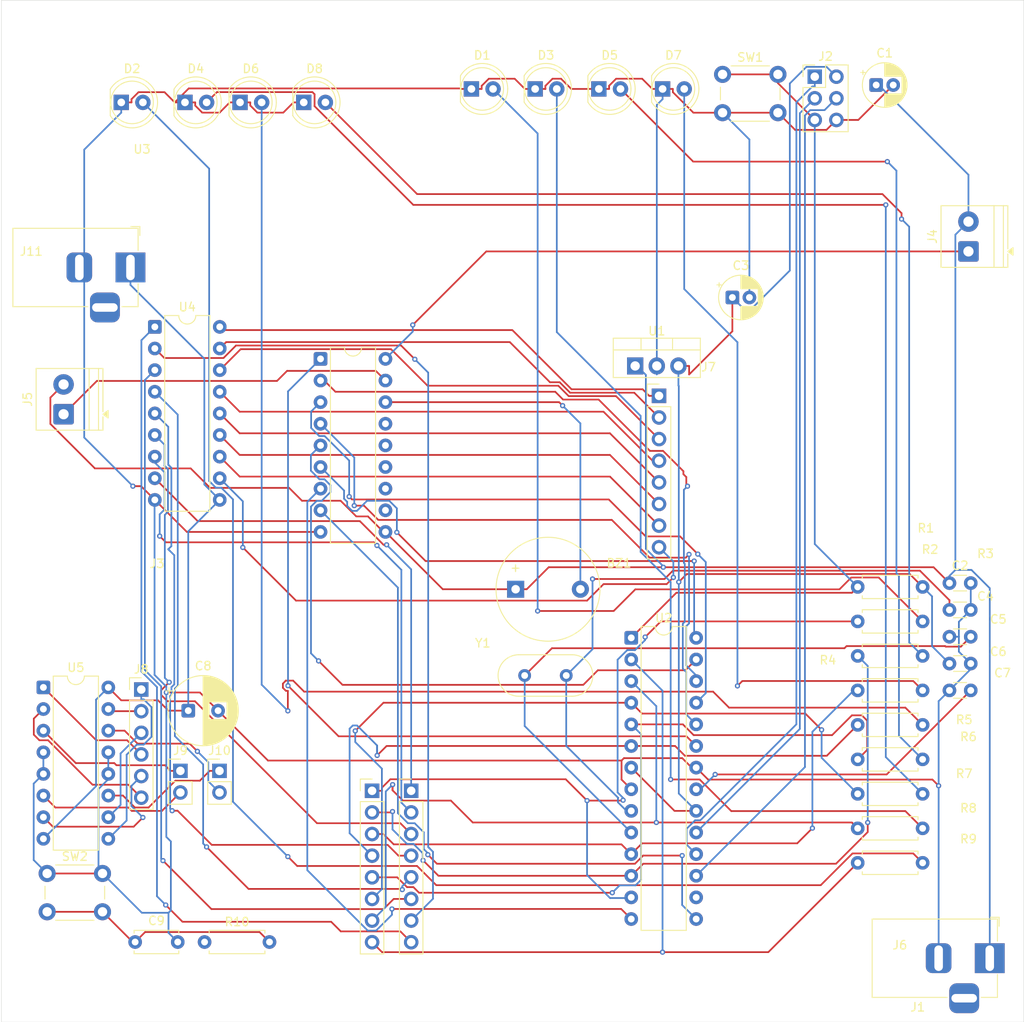
<source format=kicad_pcb>
(kicad_pcb (version 20241229) (generator "pcbnew") (generator_version "9.0")
  (layers (0 "F.Cu" signal) (2 "B.Cu" signal) (13 "F.Paste" user) (15 "B.Paste" user) (5 "F.SilkS" user "F.Silkscreen") (7 "B.SilkS" user "B.Silkscreen") (1 "F.Mask" user) (3 "B.Mask" user) (25 "Edge.Cuts" user))
  (net 0 "")
  (net 1 "V_Motor")
  (net 2 "Net-(BZ1--)")
  (net 3 "GND")
  (net 4 "+5V")
  (net 5 "Net-(U2-XTAL1{slash}PB6)")
  (net 6 "Net-(U2-XTAL2{slash}PB7)")
  (net 7 "Net-(U2-AREF)")
  (net 8 "Net-(D1-A)")
  (net 9 "Net-(D2-A)")
  (net 10 "Net-(D3-A)")
  (net 11 "Net-(D4-A)")
  (net 12 "Net-(D5-A)")
  (net 13 "Net-(D6-A)")
  (net 14 "Net-(D7-A)")
  (net 15 "Net-(D8-A)")
  (net 16 "Net-(J2-Pin_4)")
  (net 17 "Net-(J2-Pin_1)")
  (net 18 "Net-(J2-Pin_3)")
  (net 19 "Net-(J2-Pin_5)")
  (net 20 "PD0")
  (net 21 "PD3")
  (net 22 "PD2")
  (net 23 "PD5")
  (net 24 "PD1")
  (net 25 "PD7")
  (net 26 "PD4")
  (net 27 "PD6")
  (net 28 "Net-(J4-Pin_1)")
  (net 29 "Net-(J5-Pin_1)")
  (net 30 "Net-(J6-Pin_8)")
  (net 31 "Net-(J6-Pin_2)")
  (net 32 "Net-(J6-Pin_3)")
  (net 33 "Net-(J6-Pin_4)")
  (net 34 "Net-(J6-Pin_5)")
  (net 35 "Net-(J6-Pin_7)")
  (net 36 "Net-(J6-Pin_6)")
  (net 37 "Net-(J6-Pin_1)")
  (net 38 "Net-(J7-Pin_4)")
  (net 39 "Net-(J7-Pin_6)")
  (net 40 "Net-(J7-Pin_3)")
  (net 41 "Net-(J7-Pin_1)")
  (net 42 "Net-(J7-Pin_2)")
  (net 43 "Net-(J7-Pin_7)")
  (net 44 "Net-(J7-Pin_8)")
  (net 45 "Net-(J7-Pin_5)")
  (net 46 "PC5")
  (net 48 "PC4")
  (net 49 "PB0")
  (net 50 "PB1")
  (net 51 "PC1")
  (net 52 "PC0")
  (net 53 "PC3")
  (net 54 "PC2")
  (net 60 "12v")
  (net 61 "reset")
  (net 62 "Net-(J8-Pin_4)")
  (net 63 "Net-(J8-Pin_2)")
  (net 64 "Net-(J8-Pin_3)")
  (net 65 "Net-(J8-Pin_5)")
  (net 66 "Net-(J8-Pin_1)")
  (net 67 "Net-(J8-Pin_6)")
  (net 68 "Net-(J9-Pin_1)")
  (net 69 "Net-(J9-Pin_2)")
  (net 70 "Net-(J10-Pin_1)")
  (net 71 "Net-(J10-Pin_2)")
  (net 72 "5v")
  (footprint "Connector_PinHeader_2.54mm:PinHeader_2x03_P2.54mm_Vertical" (layer "F.Cu") (at 135.96 59.48)
    (property "Reference" "J2")
    (property "Value" "Conn_02x03_Odd_Even")
  )
  (footprint "LED_THT:LED_D5.0mm" (layer "F.Cu") (at 68.5 62.5)
    (property "Reference" "D6")
    (property "Value" "LED")
  )
  (footprint "Resistor_THT:R_Axial_DIN0207_L6.3mm_D2.5mm_P7.62mm_Horizontal" (layer "F.Cu") (at 64.34 161.1)
    (property "Reference" "R10")
    (property "Value" "R")
  )
  (footprint "Capacitor_THT:C_Disc_D3.0mm_W1.6mm_P2.50mm" (layer "F.Cu") (at 151.77 122.1)
    (property "Reference" "C4")
    (property "Value" "22p")
  )
  (footprint "LED_THT:LED_D5.0mm" (layer "F.Cu") (at 110.62 60.92)
    (property "Reference" "D5")
    (property "Value" "LED")
  )
  (footprint "LED_THT:LED_D5.0mm" (layer "F.Cu") (at 75.98 62.5)
    (property "Reference" "D8")
    (property "Value" "LED")
  )
  (footprint "Connector_PinHeader_2.54mm:PinHeader_1x08_P2.54mm_Vertical" (layer "F.Cu") (at 84 143.34)
    (property "Reference" "J3")
    (property "Value" "Conn_01x08_Pin")
  )
  (footprint "Resistor_THT:R_Axial_DIN0207_L6.3mm_D2.5mm_P7.62mm_Horizontal" (layer "F.Cu") (at 141 147.75)
    (property "Reference" "R8")
    (property "Value" "330")
  )
  (footprint "LED_THT:LED_D5.0mm" (layer "F.Cu") (at 118.1 60.92)
    (property "Reference" "D7")
    (property "Value" "LED")
  )
  (footprint "Capacitor_THT:CP_Radial_D8.0mm_P3.50mm" (layer "F.Cu") (at 62.4247 133.93)
    (property "Reference" "C8")
    (property "Value" "100uf")
  )
  (footprint "Crystal:Crystal_HC49-U_Vertical" (layer "F.Cu") (at 101.91 129.8)
    (property "Reference" "Y1")
    (property "Value" "16MHz")
  )
  (footprint "Resistor_THT:R_Axial_DIN0207_L6.3mm_D2.5mm_P7.62mm_Horizontal" (layer "F.Cu") (at 141 119.4)
    (property "Reference" "R1")
    (property "Value" "10k")
  )
  (footprint "LED_THT:LED_D5.0mm" (layer "F.Cu") (at 62.04 62.5)
    (property "Reference" "D4")
    (property "Value" "LED")
  )
  (footprint "Connector_PinHeader_2.54mm:PinHeader_1x06_P2.54mm_Vertical" (layer "F.Cu") (at 56.91 131.45)
    (property "Reference" "J8")
    (property "Value" "Conn_01x06")
  )
  (footprint "LED_THT:LED_D5.0mm" (layer "F.Cu") (at 95.66 60.92)
    (property "Reference" "D1")
    (property "Value" "LED")
  )
  (footprint "Package_DIP:DIP-16_W7.62mm" (layer "F.Cu") (at 45.42 131.2)
    (property "Reference" "U5")
    (property "Value" "L293")
  )
  (footprint "Package_TO_SOT_THT:TO-220-3_Vertical" (layer "F.Cu") (at 114.88 93.45)
    (property "Reference" "U1")
    (property "Value" "L7805")
  )
  (footprint "TerminalBlock_Phoenix:TerminalBlock_Phoenix_PT-1,5-2-3.5-H_1x02_P3.50mm_Horizontal" (layer "F.Cu") (at 154 80 90)
    (property "Reference" "J4")
    (property "Value" "Screw_Terminal_01x02")
  )
  (footprint "Capacitor_THT:C_Disc_D3.0mm_W1.6mm_P2.50mm" (layer "F.Cu") (at 151.77 118.95)
    (property "Reference" "C2")
    (property "Value" "0.1u")
  )
  (footprint "Capacitor_THT:CP_Radial_D5.0mm_P2.00mm" (layer "F.Cu") (at 126.2898 85.41)
    (property "Reference" "C3")
    (property "Value" "10u")
  )
  (footprint "Connector_PinHeader_2.54mm:PinHeader_1x08_P2.54mm_Vertical" (layer "F.Cu") (at 117.68 96.96)
    (property "Reference" "J7")
    (property "Value" "Conn_01x08")
  )
  (footprint "Connector_PinHeader_2.54mm:PinHeader_1x02_P2.54mm_Vertical" (layer "F.Cu") (at 66.09 141)
    (property "Reference" "J10")
    (property "Value" "Conn_01x02")
  )
  (footprint "Capacitor_THT:C_Disc_D3.0mm_W1.6mm_P2.50mm" (layer "F.Cu") (at 151.77 131.55)
    (property "Reference" "C7")
    (property "Value" "0.1u")
  )
  (footprint "TerminalBlock_Phoenix:TerminalBlock_Phoenix_PT-1,5-2-3.5-H_1x02_P3.50mm_Horizontal" (layer "F.Cu") (at 47.79 99.12 90)
    (property "Reference" "J5")
    (property "Value" "Screw_Terminal_01x02")
  )
  (footprint "Resistor_THT:R_Axial_DIN0207_L6.3mm_D2.5mm_P7.62mm_Horizontal" (layer "F.Cu") (at 141 135.6)
    (property "Reference" "R5")
    (property "Value" "330")
  )
  (footprint "Resistor_THT:R_Axial_DIN0207_L6.3mm_D2.5mm_P7.62mm_Horizontal" (layer "F.Cu") (at 141 131.55)
    (property "Reference" "R4")
    (property "Value" "330")
  )
  (footprint "Connector_PinHeader_2.54mm:PinHeader_1x08_P2.54mm_Vertical" (layer "F.Cu") (at 88.59 143.34)
    (property "Reference" "J6")
    (property "Value" "Conn_01x08")
  )
  (footprint "Capacitor_THT:C_Disc_D3.0mm_W1.6mm_P2.50mm" (layer "F.Cu") (at 151.77 125.25)
    (property "Reference" "C5")
    (property "Value" "22p")
  )
  (footprint "Connector_PinHeader_2.54mm:PinHeader_1x02_P2.54mm_Vertical" (layer "F.Cu") (at 61.5 141)
    (property "Reference" "J9")
    (property "Value" "Conn_01x02")
  )
  (footprint "Resistor_THT:R_Axial_DIN0207_L6.3mm_D2.5mm_P7.62mm_Horizontal" (layer "F.Cu") (at 141 143.7)
    (property "Reference" "R7")
    (property "Value" "330")
  )
  (footprint "Package_DIP:DIP-18_W7.62mm" (layer "F.Cu") (at 77.95 92.62)
    (property "Reference" "U3")
    (property "Value" "ULN2803A")
  )
  (footprint "Buzzer_Beeper:Buzzer_12x9.5RM7.6" (layer "F.Cu") (at 100.85 119.67)
    (property "Reference" "BZ1")
    (property "Value" "Buzzer")
  )
  (footprint "Resistor_THT:R_Axial_DIN0207_L6.3mm_D2.5mm_P7.62mm_Horizontal" (layer "F.Cu") (at 141 139.65)
    (property "Reference" "R6")
    (property "Value" "330")
  )
  (footprint "Package_DIP:DIP-18_W7.62mm" (layer "F.Cu") (at 58.5 88.86)
    (property "Reference" "U4")
    (property "Value" "ULN2803A")
  )
  (footprint "Package_DIP:DIP-28_W7.62mm" (layer "F.Cu") (at 114.42 125.38)
    (property "Reference" "U2")
    (property "Value" "ATmega328P-P")
  )
  (footprint "Connector_BarrelJack:BarrelJack_Horizontal" (layer "F.Cu") (at 156.5 163)
    (property "Reference" "J1")
    (property "Value" "Barrel_Jack")
  )
  (footprint "Button_Switch_THT:SW_PUSH_6mm" (layer "F.Cu") (at 45.86 153.05)
    (property "Reference" "SW2")
    (property "Value" "SW_Push")
  )
  (footprint "LED_THT:LED_D5.0mm" (layer "F.Cu") (at 103.14 60.92)
    (property "Reference" "D3")
    (property "Value" "LED")
  )
  (footprint "Resistor_THT:R_Axial_DIN0207_L6.3mm_D2.5mm_P7.62mm_Horizontal" (layer "F.Cu") (at 141 123.45)
    (property "Reference" "R2")
    (property "Value" "330")
  )
  (footprint "Capacitor_THT:CP_Radial_D5.0mm_P2.00mm" (layer "F.Cu") (at 143.1698 60.46)
    (property "Reference" "C1")
    (property "Value" "10u")
  )
  (footprint "Capacitor_THT:C_Disc_D3.0mm_W1.6mm_P2.50mm" (layer "F.Cu") (at 151.77 128.4)
    (property "Reference" "C6")
    (property "Value" "0.1u")
  )
  (footprint "Connector_BarrelJack:BarrelJack_Horizontal" (layer "F.Cu") (at 55.64 81.885)
    (property "Reference" "J11")
    (property "Value" "Barrel_Jack")
  )
  (footprint "Resistor_THT:R_Axial_DIN0207_L6.3mm_D2.5mm_P7.62mm_Horizontal" (layer "F.Cu") (at 141 151.8)
    (property "Reference" "R9")
    (property "Value" "330")
  )
  (footprint "Resistor_THT:R_Axial_DIN0207_L6.3mm_D2.5mm_P7.62mm_Horizontal" (layer "F.Cu") (at 141 127.5)
    (property "Reference" "R3")
    (property "Value" "330")
  )
  (footprint "LED_THT:LED_D5.0mm" (layer "F.Cu") (at 54.56 62.5)
    (property "Reference" "D2")
    (property "Value" "LED")
  )
  (footprint "Capacitor_THT:C_Disc_D5.0mm_W2.5mm_P5.00mm" (layer "F.Cu") (at 56.19 161.1)
    (property "Reference" "C9")
    (property "Value" "1uf")
  )
  (footprint "Button_Switch_THT:SW_PUSH_6mm" (layer "F.Cu") (at 125.14 59.21)
    (property "Reference" "SW1")
    (property "Value" "SW_Push")
  )
  (gr_rect (start 40.5 50.5) (end 160.5 170.5) (stroke (width 0.05)) (fill no) (layer "Edge.Cuts"))
  (segment (start 100.85 119.67) (end 92.3 119.67) (width 0.2) (layer "F.Cu") (net 1))
  (segment (start 83.5148 111.1202) (end 85.3346 112.94) (width 0.2) (layer "F.Cu") (net 1))
  (segment (start 118.1813 117.087) (end 118.1813 116.9739) (width 0.2) (layer "F.Cu") (net 1))
  (segment (start 47.79 95.62) (end 46.2411 97.1689) (width 0.2) (layer "F.Cu") (net 1))
  (segment (start 80.3072 109.2786) (end 82.1488 111.1202) (width 0.2) (layer "F.Cu") (net 1))
  (segment (start 118.1813 116.9739) (end 118.1813 117.087) (width 0.2) (layer "F.Cu") (net 1))
  (segment (start 75.772 109.2786) (end 80.3072 109.2786) (width 0.2) (layer "F.Cu") (net 1))
  (segment (start 62.7092 105.4823) (end 64.9937 107.7668) (width 0.2) (layer "F.Cu") (net 1))
  (segment (start 82.1488 111.1202) (end 83.5148 111.1202) (width 0.2) (layer "F.Cu") (net 1))
  (segment (start 85.3346 112.94) (end 85.57 112.94) (width 0.2) (layer "F.Cu") (net 1))
  (segment (start 92.3 119.67) (end 85.57 112.94) (width 0.2) (layer "F.Cu") (net 1))
  (segment (start 149.907 117.087) (end 118.1813 117.087) (width 0.2) (layer "F.Cu") (net 1))
  (segment (start 118.1813 117.087) (end 104.7347 117.087) (width 0.2) (layer "F.Cu") (net 1))
  (segment (start 64.9937 107.7668) (end 74.2602 107.7668) (width 0.2) (layer "F.Cu") (net 1))
  (segment (start 104.7347 117.087) (end 102.1517 119.67) (width 0.2) (layer "F.Cu") (net 1))
  (segment (start 100.85 119.67) (end 102.1517 119.67) (width 0.2) (layer "F.Cu") (net 1))
  (segment (start 74.2602 107.7668) (end 75.772 109.2786) (width 0.2) (layer "F.Cu") (net 1))
  (segment (start 46.2411 100.2554) (end 51.468 105.4823) (width 0.2) (layer "F.Cu") (net 1))
  (segment (start 51.468 105.4823) (end 62.7092 105.4823) (width 0.2) (layer "F.Cu") (net 1))
  (segment (start 151.77 118.95) (end 149.907 117.087) (width 0.2) (layer "F.Cu") (net 1))
  (segment (start 46.2411 97.1689) (end 46.2411 100.2554) (width 0.2) (layer "F.Cu") (net 1))
  (via (at 118.1813 117.087) (size 0.6) (drill 0.3) (layers "F.Cu" "B.Cu") (net 1))
  (segment (start 152.4669 78.0331) (end 154 76.5) (width 0.2) (layer "B.Cu") (net 1))
  (segment (start 154 76.5) (end 154 71.0003) (width 0.2) (layer "B.Cu") (net 1))
  (segment (start 152.4669 117.4027) (end 151.77 118.0996) (width 0.2) (layer "B.Cu") (net 1))
  (segment (start 116.1342 114.9268) (end 116.1342 94.5) (width 0.2) (layer "B.Cu") (net 1))
  (segment (start 151.77 118.0996) (end 151.77 118.95) (width 0.2) (layer "B.Cu") (net 1))
  (segment (start 154.3537 117.4027) (end 152.4669 117.4027) (width 0.2) (layer "B.Cu") (net 1))
  (segment (start 114.88 93.45) (end 115.0842 93.45) (width 0.2) (layer "B.Cu") (net 1))
  (segment (start 156.5 119.549) (end 154.3537 117.4027) (width 0.2) (layer "B.Cu") (net 1))
  (segment (start 154 71.0003) (end 143.4597 60.46) (width 0.2) (layer "B.Cu") (net 1))
  (segment (start 118.1813 116.9739) (end 118.1813 117.087) (width 0.2) (layer "B.Cu") (net 1))
  (segment (start 118.1813 116.9739) (end 116.1342 114.9268) (width 0.2) (layer "B.Cu") (net 1))
  (segment (start 115.0842 93.45) (end 116.1342 94.5) (width 0.2) (layer "B.Cu") (net 1))
  (segment (start 156.5 163) (end 156.5 119.549) (width 0.2) (layer "B.Cu") (net 1))
  (segment (start 152.4669 117.4027) (end 152.4669 78.0331) (width 0.2) (layer "B.Cu") (net 1))
  (segment (start 143.4597 60.46) (end 143.1698 60.46) (width 0.2) (layer "B.Cu") (net 1))
  (segment (start 85.57 97.7) (end 105.953 97.7) (width 0.2) (layer "F.Cu") (net 2))
  (segment (start 105.953 97.7) (end 106.3655 98.1125) (width 0.2) (layer "F.Cu") (net 2))
  (via (at 106.3655 98.1125) (size 0.6) (drill 0.3) (layers "F.Cu" "B.Cu") (net 2))
  (segment (start 108.45 100.197) (end 106.3655 98.1125) (width 0.2) (layer "B.Cu") (net 2))
  (segment (start 108.45 119.67) (end 108.45 100.197) (width 0.2) (layer "B.Cu") (net 2))
  (segment (start 113.2813 142.0213) (end 113.2813 139.7884) (width 0.2) (layer "F.Cu") (net 3))
  (segment (start 71.7831 139.7884) (end 65.9247 133.93) (width 0.2) (layer "F.Cu") (net 3))
  (segment (start 62.04 62.5) (end 63.2417 62.5) (width 0.2) (layer "F.Cu") (net 3))
  (segment (start 95.66 60.92) (end 94.4583 60.92) (width 0.2) (layer "F.Cu") (net 3))
  (segment (start 56.8863 107.5663) (end 58.5 109.18) (width 0.2) (layer "F.Cu") (net 3))
  (segment (start 125.14 63.71) (end 131.64 63.71) (width 0.2) (layer "F.Cu") (net 3))
  (segment (start 67.2983 62.5) (end 66.0966 63.7017) (width 0.2) (layer "F.Cu") (net 3))
  (segment (start 138.5 64.56) (end 137.3307 65.7293) (width 0.2) (layer "F.Cu") (net 3))
  (segment (start 121.7162 63.71) (end 119.3017 61.2955) (width 0.2) (layer "F.Cu") (net 3))
  (segment (start 133.6593 65.7293) (end 131.64 63.71) (width 0.2) (layer "F.Cu") (net 3))
  (segment (start 137.3307 65.7293) (end 133.6593 65.7293) (width 0.2) (layer "F.Cu") (net 3))
  (segment (start 118.1 60.92) (end 116.8983 60.92) (width 0.2) (layer "F.Cu") (net 3))
  (segment (start 63.2417 62.8756) (end 63.2417 62.5) (width 0.2) (layer "F.Cu") (net 3))
  (segment (start 114.42 143.16) (end 113.2813 142.0213) (width 0.2) (layer "F.Cu") (net 3))
  (segment (start 104.3418 60.92) (end 104.3417 60.92) (width 0.2) (layer "F.Cu") (net 3))
  (segment (start 100.7366 59.7183) (end 97.7023 59.7183) (width 0.2) (layer "F.Cu") (net 3))
  (segment (start 125.14 63.71) (end 121.7162 63.71) (width 0.2) (layer "F.Cu") (net 3))
  (segment (start 106.1778 59.7183) (end 105.1823 59.7183) (width 0.2) (layer "F.Cu") (net 3))
  (segment (start 55.7617 62.1245) (end 56.5879 61.2983) (width 0.2) (layer "F.Cu") (net 3))
  (segment (start 65.9247 133.93) (end 63.7909 131.7962) (width 0.2) (layer "F.Cu") (net 3))
  (segment (start 68.5 62.5) (end 67.2983 62.5) (width 0.2) (layer "F.Cu") (net 3))
  (segment (start 123.4418 142.0218) (end 149.7739 142.0218) (width 0.2) (layer "F.Cu") (net 3))
  (segment (start 120.4068 139.5075) (end 121.5193 140.62) (width 0.2) (layer "F.Cu") (net 3))
  (segment (start 145.1698 60.46) (end 141.0698 64.56) (width 0.2) (layer "F.Cu") (net 3))
  (segment (start 77.95 112.94) (end 62.26 112.94) (width 0.2) (layer "F.Cu") (net 3))
  (segment (start 101.9383 60.92) (end 100.7366 59.7183) (width 0.2) (layer "F.Cu") (net 3))
  (segment (start 103.14 60.92) (end 104.3417 60.92) (width 0.2) (layer "F.Cu") (net 3))
  (segment (start 68.5 62.5) (end 69.7017 62.5) (width 0.2) (layer "F.Cu") (net 3))
  (segment (start 122.04 140.62) (end 123.4418 142.0218) (width 0.2) (layer "F.Cu") (net 3))
  (segment (start 59.6366 61.2983) (end 60.8383 62.5) (width 0.2) (layer "F.Cu") (net 3))
  (segment (start 69.7017 62.5) (end 69.7017 62.8611) (width 0.2) (layer "F.Cu") (net 3))
  (segment (start 109.4183 60.92) (end 107.3794 60.92) (width 0.2) (layer "F.Cu") (net 3))
  (segment (start 116.8983 60.92) (end 115.6966 59.7183) (width 0.2) (layer "F.Cu") (net 3))
  (segment (start 73.5766 63.7017) (end 74.7783 62.5) (width 0.2) (layer "F.Cu") (net 3))
  (segment (start 115.6966 59.7183) (end 112.6478 59.7183) (width 0.2) (layer "F.Cu") (net 3))
  (segment (start 96.8617 60.5589) (end 96.8617 60.92) (width 0.2) (layer "F.Cu") (net 3))
  (segment (start 70.5423 63.7017) (end 73.5766 63.7017) (width 0.2) (layer "F.Cu") (net 3))
  (segment (start 105.1823 59.7183) (end 104.3418 60.5588) (width 0.2) (layer "F.Cu") (net 3))
  (segment (start 56.5879 61.2983) (end 59.6366 61.2983) (width 0.2) (layer "F.Cu") (net 3))
  (segment (start 97.7023 59.7183) (end 96.8617 60.5589) (width 0.2) (layer "F.Cu") (net 3))
  (segment (start 111.8217 60.5444) (end 111.8217 60.92) (width 0.2) (layer "F.Cu") (net 3))
  (segment (start 69.7017 62.8611) (end 70.5423 63.7017) (width 0.2) (layer "F.Cu") (net 3))
  (segment (start 63.7909 131.7962) (end 59.8514 131.7962) (width 0.2) (layer "F.Cu") (net 3))
  (segment (start 103.14 60.92) (end 101.9383 60.92) (width 0.2) (layer "F.Cu") (net 3))
  (segment (start 62.04 62.5) (end 60.8383 62.5) (width 0.2) (layer "F.Cu") (net 3))
  (segment (start 119.3017 61.2955) (end 119.3017 60.92) (width 0.2) (layer "F.Cu") (net 3))
  (segment (start 104.3418 60.5588) (end 104.3418 60.92) (width 0.2) (layer "F.Cu") (net 3))
  (segment (start 62.26 112.94) (end 58.5 109.18) (width 0.2) (layer "F.Cu") (net 3))
  (segment (start 110.62 60.92) (end 111.8217 60.92) (width 0.2) (layer "F.Cu") (net 3))
  (segment (start 52.36 153.05) (end 45.86 153.05) (width 0.2) (layer "F.Cu") (net 3))
  (segment (start 66.0966 63.7017) (end 64.0678 63.7017) (width 0.2) (layer "F.Cu") (net 3))
  (segment (start 149.7739 142.0218) (end 150.5 142.7479) (width 0.2) (layer "F.Cu") (net 3))
  (segment (start 112.6478 59.7183) (end 111.8217 60.5444) (width 0.2) (layer "F.Cu") (net 3))
  (segment (start 62.4784 60.8599) (end 60.8383 62.5) (width 0.2) (layer "F.Cu") (net 3))
  (segment (start 113.2813 139.7884) (end 113.5622 139.5075) (width 0.2) (layer "F.Cu") (net 3))
  (segment (start 95.66 60.92) (end 96.8617 60.92) (width 0.2) (layer "F.Cu") (net 3))
  (segment (start 107.3794 60.92) (end 107.3794 60.9199) (width 0.2) (layer "F.Cu") (net 3))
  (segment (start 94.3982 60.8599) (end 62.4784 60.8599) (width 0.2) (layer "F.Cu") (net 3))
  (segment (start 55.9251 107.5663) (end 56.8863 107.5663) (width 0.2) (layer "F.Cu") (net 3))
  (segment (start 75.98 62.5) (end 74.7783 62.5) (width 0.2) (layer "F.Cu") (net 3))
  (segment (start 64.0678 63.7017) (end 63.2417 62.8756) (width 0.2) (layer "F.Cu") (net 3))
  (segment (start 94.4583 60.92) (end 94.3982 60.8599) (width 0.2) (layer "F.Cu") (net 3))
  (segment (start 107.3794 60.9199) (end 106.1778 59.7183) (width 0.2) (layer "F.Cu") (net 3))
  (segment (start 113.2813 139.7884) (end 71.7831 139.7884) (width 0.2) (layer "F.Cu") (net 3))
  (segment (start 121.5193 140.62) (end 122.04 140.62) (width 0.2) (layer "F.Cu") (net 3))
  (segment (start 110.62 60.92) (end 109.4183 60.92) (width 0.2) (layer "F.Cu") (net 3))
  (segment (start 113.5622 139.5075) (end 120.4068 139.5075) (width 0.2) (layer "F.Cu") (net 3))
  (segment (start 55.7617 62.5) (end 55.7617 62.1245) (width 0.2) (layer "F.Cu") (net 3))
  (segment (start 141.0698 64.56) (end 138.5 64.56) (width 0.2) (layer "F.Cu") (net 3))
  (segment (start 54.56 62.5) (end 55.7617 62.5) (width 0.2) (layer "F.Cu") (net 3))
  (segment (start 118.1 60.92) (end 119.3017 60.92) (width 0.2) (layer "F.Cu") (net 3))
  (via (at 55.9251 107.5663) (size 0.6) (drill 0.3) (layers "F.Cu" "B.Cu") (net 3))
  (via (at 59.8514 131.7962) (size 0.6) (drill 0.3) (layers "F.Cu" "B.Cu") (net 3))
  (via (at 150.5 142.7479) (size 0.6) (drill 0.3) (layers "F.Cu" "B.Cu") (net 3))
  (segment (start 151.77 131.55) (end 154.27 129.05) (width 0.2) (layer "B.Cu") (net 3))
  (segment (start 128.2898 85.41) (end 128.2898 66.8598) (width 0.2) (layer "B.Cu") (net 3))
  (segment (start 59.8498 131.7946) (end 59.8498 131.1072) (width 0.2) (layer "B.Cu") (net 3))
  (segment (start 60.1038 160.0138) (end 61.19 161.1) (width 0.2) (layer "B.Cu") (net 3))
  (segment (start 128.2898 66.8598) (end 125.14 63.71) (width 0.2) (layer "B.Cu") (net 3))
  (segment (start 60.382 149.2893) (end 59.8514 148.7587) (width 0.2) (layer "B.Cu") (net 3))
  (segment (start 154.27 118.95) (end 154.27 122.1) (width 0.2) (layer "B.Cu") (net 3))
  (segment (start 59.8514 131.7962) (end 59.8498 131.7946) (width 0.2) (layer "B.Cu") (net 3))
  (segment (start 152.8768 125.25) (end 152.8768 123.4932) (width 0.2) (layer "B.Cu") (net 3))
  (segment (start 58.4678 129.7252) (end 58.4678 109.2122) (width 0.2) (layer "B.Cu") (net 3))
  (segment (start 54.56 62.5) (end 54.56 63.7017) (width 0.2) (layer "B.Cu") (net 3))
  (segment (start 59.8498 131.1072) (end 58.4678 129.7252) (width 0.2) (layer "B.Cu") (net 3))
  (segment (start 53.04 138.82) (end 53.04 141.36) (width 0.2) (layer "B.Cu") (net 3))
  (segment (start 50.215 81.885) (end 50.215 101.8562) (width 0.2) (layer "B.Cu") (net 3))
  (segment (start 154.27 129.05) (end 154.27 128.4) (width 0.2) (layer "B.Cu") (net 3))
  (segment (start 50.215 68.0467) (end 54.56 63.7017) (width 0.2) (layer "B.Cu") (net 3))
  (segment (start 150.5 132.82) (end 151.77 131.55) (width 0.2) (layer "B.Cu") (net 3))
  (segment (start 150.5 163) (end 150.5 142.7479) (width 0.2) (layer "B.Cu") (net 3))
  (segment (start 44.2809 151.4709) (end 45.86 153.05) (width 0.2) (layer "B.Cu") (net 3))
  (segment (start 154.27 128.4) (end 152.8768 127.0068) (width 0.2) (layer "B.Cu") (net 3))
  (segment (start 152.8768 125.25) (end 151.77 125.25) (width 0.2) (layer "B.Cu") (net 3))
  (segment (start 117.42 62.8017) (end 118.1 62.1217) (width 0.2) (layer "B.Cu") (net 3))
  (segment (start 44.2809 142.4991) (end 44.2809 151.4709) (width 0.2) (layer "B.Cu") (net 3))
  (segment (start 50.215 101.8562) (end 55.9251 107.5663) (width 0.2) (layer "B.Cu") (net 3))
  (segment (start 59.8514 148.7587) (end 59.8514 131.7962) (width 0.2) (layer "B.Cu") (net 3))
  (segment (start 51.8883 152.5783) (end 51.8883 143.1305) (width 0.2) (layer "B.Cu") (net 3))
  (segment (start 52.36 153.05) (end 56.9744 157.6644) (width 0.2) (layer "B.Cu") (net 3))
  (segment (start 60.1038 157.6644) (end 60.1038 160.0138) (width 0.2) (layer "B.Cu") (net 3))
  (segment (start 56.9744 157.6644) (end 60.1038 157.6644) (width 0.2) (layer "B.Cu") (net 3))
  (segment (start 49.64 81.885) (end 50.215 81.885) (width 0.2) (layer "B.Cu") (net 3))
  (segment (start 60.382 157.3862) (end 60.382 149.2893) (width 0.2) (layer "B.Cu") (net 3))
  (segment (start 53.04 141.9788) (end 53.04 141.36) (width 0.2) (layer "B.Cu") (net 3))
  (segment (start 117.42 94.45) (end 117.42 62.8017) (width 0.2) (layer "B.Cu") (net 3))
  (segment (start 150.5 142.7479) (end 150.5 132.82) (width 0.2) (layer "B.Cu") (net 3))
  (segment (start 45.42 138.82) (end 45.42 141.36) (width 0.2) (layer "B.Cu") (net 3))
  (segment (start 58.4678 109.2122) (end 58.5 109.18) (width 0.2) (layer "B.Cu") (net 3))
  (segment (start 51.8883 143.1305) (end 53.04 141.9788) (width 0.2) (layer "B.Cu") (net 3))
  (segment (start 45.42 141.36) (end 44.2809 142.4991) (width 0.2) (layer "B.Cu") (net 3))
  (segment (start 152.8768 127.0068) (end 152.8768 125.25) (width 0.2) (layer "B.Cu") (net 3))
  (segment (start 60.1038 157.6644) (end 60.382 157.3862) (width 0.2) (layer "B.Cu") (net 3))
  (segment (start 118.1 60.92) (end 118.1 62.1217) (width 0.2) (layer "B.Cu") (net 3))
  (segment (start 52.36 153.05) (end 51.8883 152.5783) (width 0.2) (layer "B.Cu") (net 3))
  (segment (start 50.215 81.885) (end 50.215 68.0467) (width 0.2) (layer "B.Cu") (net 3))
  (segment (start 152.8768 123.4932) (end 154.27 122.1) (width 0.2) (layer "B.Cu") (net 3))
  (segment (start 119.96 93.45) (end 121.2142 93.45) (width 0.2) (layer "F.Cu") (net 4))
  (segment (start 121.2142 93.45) (end 121.2142 94.45) (width 0.2) (layer "F.Cu") (net 4))
  (segment (start 114.42 140.62) (end 119.5 145.7) (width 0.2) (layer "F.Cu") (net 4))
  (segment (start 120.9306 117.8904) (end 120 118.821) (width 0.2) (layer "F.Cu") (net 4))
  (segment (start 126.2898 85.41) (end 126.2898 89.3744) (width 0.2) (layer "F.Cu") (net 4))
  (segment (start 126.2898 89.3744) (end 121.2142 94.45) (width 0.2) (layer "F.Cu") (net 4))
  (segment (start 147.1104 117.8904) (end 120.9306 117.8904) (width 0.2) (layer "F.Cu") (net 4))
  (segment (start 148.62 119.4) (end 147.1104 117.8904) (width 0.2) (layer "F.Cu") (net 4))
  (segment (start 119.5 145.7) (end 122.04 145.7) (width 0.2) (layer "F.Cu") (net 4))
  (via (at 120 118.821) (size 0.6) (drill 0.3) (layers "F.Cu" "B.Cu") (net 4))
  (segment (start 119.96 93.45) (end 119.96 95.7517) (width 0.2) (layer "B.Cu") (net 4))
  (segment (start 133.031 82.2476) (end 133.031 60.2772) (width 0.2) (layer "B.Cu") (net 4))
  (segment (start 151.77 128.4) (end 149.7274 126.3574) (width 0.2) (layer "B.Cu") (net 4))
  (segment (start 134.9812 58.327) (end 137.347 58.327) (width 0.2) (layer "B.Cu") (net 4))
  (segment (start 120 118.821) (end 120 95.7917) (width 0.2) (layer "B.Cu") (net 4))
  (segment (start 120 143.66) (end 122.04 145.7) (width 0.2) (layer "B.Cu") (net 4))
  (segment (start 119.96 95.7517) (end 120 95.7917) (width 0.2) (layer "B.Cu") (net 4))
  (segment (start 133.031 60.2772) (end 134.9812 58.327) (width 0.2) (layer "B.Cu") (net 4))
  (segment (start 128.702 86.5766) (end 133.031 82.2476) (width 0.2) (layer "B.Cu") (net 4))
  (segment (start 149.7274 126.3574) (end 149.7274 120.5074) (width 0.2) (layer "B.Cu") (net 4))
  (segment (start 120 118.821) (end 120 143.66) (width 0.2) (layer "B.Cu") (net 4))
  (segment (start 127.4564 86.5766) (end 128.702 86.5766) (width 0.2) (layer "B.Cu") (net 4))
  (segment (start 149.7274 120.5074) (end 148.62 119.4) (width 0.2) (layer "B.Cu") (net 4))
  (segment (start 126.2898 85.41) (end 127.4564 86.5766) (width 0.2) (layer "B.Cu") (net 4))
  (segment (start 137.347 58.327) (end 138.5 59.48) (width 0.2) (layer "B.Cu") (net 4))
  (segment (start 151.77 120.9603) (end 148.2984 117.4887) (width 0.2) (layer "F.Cu") (net 5))
  (segment (start 151.77 122.1) (end 151.77 120.9603) (width 0.2) (layer "F.Cu") (net 5))
  (segment (start 148.2984 117.4887) (end 119.3095 117.4887) (width 0.2) (layer "F.Cu") (net 5))
  (segment (start 119.3095 117.4887) (end 118.3298 118.4684) (width 0.2) (layer "F.Cu") (net 5))
  (segment (start 118.3298 118.4684) (end 109.8743 118.4684) (width 0.2) (layer "F.Cu") (net 5))
  (via (at 109.8743 118.4684) (size 0.6) (drill 0.3) (layers "F.Cu" "B.Cu") (net 5))
  (segment (start 113.8656 145.7) (end 114.42 145.7) (width 0.2) (layer "B.Cu") (net 5))
  (segment (start 109.8743 118.4684) (end 109.8743 126.7157) (width 0.2) (layer "B.Cu") (net 5))
  (segment (start 109.8743 126.7157) (end 106.79 129.8) (width 0.2) (layer "B.Cu") (net 5))
  (segment (start 112.8879 144.17) (end 112.8879 144.1701) (width 0.2) (layer "B.Cu") (net 5))
  (segment (start 106.79 138.0721) (end 112.8879 144.17) (width 0.2) (layer "B.Cu") (net 5))
  (segment (start 112.8609 144.6953) (end 113.8656 145.7) (width 0.2) (layer "B.Cu") (net 5))
  (segment (start 112.8879 144.1701) (end 112.8609 144.1971) (width 0.2) (layer "B.Cu") (net 5))
  (segment (start 112.8609 144.1971) (end 112.8609 144.6953) (width 0.2) (layer "B.Cu") (net 5))
  (segment (start 106.79 129.8) (end 106.79 138.0721) (width 0.2) (layer "B.Cu") (net 5))
  (segment (start 153.1105 126.4095) (end 154.27 125.25) (width 0.2) (layer "F.Cu") (net 6))
  (segment (start 105.11 126.6) (end 139.4428 126.6) (width 0.2) (layer "F.Cu") (net 6))
  (segment (start 151.2761 126.3502) (end 151.3354 126.4095) (width 0.2) (layer "F.Cu") (net 6))
  (segment (start 139.6926 126.3502) (end 151.2761 126.3502) (width 0.2) (layer "F.Cu") (net 6))
  (segment (start 151.3354 126.4095) (end 153.1105 126.4095) (width 0.2) (layer "F.Cu") (net 6))
  (segment (start 139.4428 126.6) (end 139.6926 126.3502) (width 0.2) (layer "F.Cu") (net 6))
  (segment (start 101.91 129.8) (end 105.11 126.6) (width 0.2) (layer "F.Cu") (net 6))
  (segment (start 114.42 148.24) (end 101.91 135.73) (width 0.2) (layer "B.Cu") (net 6))
  (segment (start 101.91 135.73) (end 101.91 129.8) (width 0.2) (layer "B.Cu") (net 6))
  (segment (start 144.3999 141.4201) (end 154.27 131.55) (width 0.2) (layer "F.Cu") (net 7))
  (segment (start 124.2709 141.4201) (end 144.3999 141.4201) (width 0.2) (layer "F.Cu") (net 7))
  (via (at 124.2709 141.4201) (size 0.6) (drill 0.3) (layers "F.Cu" "B.Cu") (net 7))
  (segment (start 122.04 143.16) (end 122.531 143.16) (width 0.2) (layer "B.Cu") (net 7))
  (segment (start 122.531 143.16) (end 124.2709 141.4201) (width 0.2) (layer "B.Cu") (net 7))
  (segment (start 143.4621 118.2921) (end 148.62 123.45) (width 0.2) (layer "F.Cu") (net 8))
  (segment (start 138.8576 119.6845) (end 140.25 118.2921) (width 0.2) (layer "F.Cu") (net 8))
  (segment (start 112.3602 122.2253) (end 114.901 119.6845) (width 0.2) (layer "F.Cu") (net 8))
  (segment (start 140.25 118.2921) (end 143.4621 118.2921) (width 0.2) (layer "F.Cu") (net 8))
  (segment (start 103.4337 122.2253) (end 112.3602 122.2253) (width 0.2) (layer "F.Cu") (net 8))
  (segment (start 114.901 119.6845) (end 138.8576 119.6845) (width 0.2) (layer "F.Cu") (net 8))
  (via (at 103.4337 122.2253) (size 0.6) (drill 0.3) (layers "F.Cu" "B.Cu") (net 8))
  (segment (start 103.4337 122.2253) (end 103.4337 66.1537) (width 0.2) (layer "B.Cu") (net 8))
  (segment (start 103.4337 66.1537) (end 98.2 60.92) (width 0.2) (layer "B.Cu") (net 8))
  (segment (start 148.62 151.8) (end 147.5177 150.6977) (width 0.2) (layer "F.Cu") (net 9))
  (segment (start 140.3894 150.6977) (end 136.664 154.4231) (width 0.2) (layer "F.Cu") (net 9))
  (segment (start 91.5314 154.4231) (end 89.2783 152.17) (width 0.2) (layer "F.Cu") (net 9))
  (segment (start 89.2783 152.17) (end 75.212 152.17) (width 0.2) (layer "F.Cu") (net 9))
  (segment (start 136.664 154.4231) (end 91.5314 154.4231) (width 0.2) (layer "F.Cu") (net 9))
  (segment (start 75.212 152.17) (end 74.1157 151.0737) (width 0.2) (layer "F.Cu") (net 9))
  (segment (start 147.5177 150.6977) (end 140.3894 150.6977) (width 0.2) (layer "F.Cu") (net 9))
  (via (at 74.1157 151.0737) (size 0.6) (drill 0.3) (layers "F.Cu" "B.Cu") (net 9))
  (segment (start 64.8802 70.2802) (end 64.8802 106.9684) (width 0.2) (layer "B.Cu") (net 9))
  (segment (start 67.6725 144.6306) (end 67.6726 144.6306) (width 0.2) (layer "B.Cu") (net 9))
  (segment (start 57.1 62.5) (end 64.8802 70.2802) (width 0.2) (layer "B.Cu") (net 9))
  (segment (start 66.2963 107.7417) (end 67.6725 109.1179) (width 0.2) (layer "B.Cu") (net 9))
  (segment (start 67.6725 109.1179) (end 67.6725 144.6306) (width 0.2) (layer "B.Cu") (net 9))
  (segment (start 67.6726 144.6306) (end 74.1157 151.0737) (width 0.2) (layer "B.Cu") (net 9))
  (segment (start 64.8802 106.9684) (end 65.6535 107.7417) (width 0.2) (layer "B.Cu") (net 9))
  (segment (start 65.6535 107.7417) (end 66.2963 107.7417) (width 0.2) (layer "B.Cu") (net 9))
  (segment (start 119.0464 142.0089) (end 122.447 142.0089) (width 0.2) (layer "F.Cu") (net 10))
  (segment (start 126.1631 145.725) (end 146.595 145.725) (width 0.2) (layer "F.Cu") (net 10))
  (segment (start 122.447 142.0089) (end 126.1631 145.725) (width 0.2) (layer "F.Cu") (net 10))
  (segment (start 146.595 145.725) (end 148.62 147.75) (width 0.2) (layer "F.Cu") (net 10))
  (via (at 119.0464 142.0089) (size 0.6) (drill 0.3) (layers "F.Cu" "B.Cu") (net 10))
  (segment (start 119.0464 118.8178) (end 119.0464 142.0089) (width 0.2) (layer "B.Cu") (net 10))
  (segment (start 105.68 60.92) (end 105.68 89.4704) (width 0.2) (layer "B.Cu") (net 10))
  (segment (start 115.5212 115.2926) (end 119.0464 118.8178) (width 0.2) (layer "B.Cu") (net 10))
  (segment (start 105.68 89.4704) (end 115.5212 99.3116) (width 0.2) (layer "B.Cu") (net 10))
  (segment (start 115.5212 99.3116) (end 115.5212 115.2926) (width 0.2) (layer "B.Cu") (net 10))
  (segment (start 88.8385 74.5335) (end 77.25 62.945) (width 0.2) (layer "F.Cu") (net 11))
  (segment (start 65.7894 61.2906) (end 64.58 62.5) (width 0.2) (layer "F.Cu") (net 11))
  (segment (start 77.25 62.945) (end 77.25 61.5432) (width 0.2) (layer "F.Cu") (net 11))
  (segment (start 76.9974 61.2906) (end 65.7894 61.2906) (width 0.2) (layer "F.Cu") (net 11))
  (segment (start 77.25 61.5432) (end 76.9974 61.2906) (width 0.2) (layer "F.Cu") (net 11))
  (segment (start 144.2949 74.5335) (end 88.8385 74.5335) (width 0.2) (layer "F.Cu") (net 11))
  (via (at 144.2949 74.5335) (size 0.6) (drill 0.3) (layers "F.Cu" "B.Cu") (net 11))
  (segment (start 148.62 143.7) (end 144.2949 139.3749) (width 0.2) (layer "B.Cu") (net 11))
  (segment (start 144.2949 139.3749) (end 144.2949 74.5335) (width 0.2) (layer "B.Cu") (net 11))
  (segment (start 113.16 60.92) (end 121.6929 69.4529) (width 0.2) (layer "F.Cu") (net 12))
  (segment (start 121.6929 69.4529) (end 144.4789 69.4529) (width 0.2) (layer "F.Cu") (net 12))
  (via (at 144.4789 69.4529) (size 0.6) (drill 0.3) (layers "F.Cu" "B.Cu") (net 12))
  (segment (start 145.843 136.873) (end 145.843 118.0981) (width 0.2) (layer "B.Cu") (net 12))
  (segment (start 145.5463 117.8014) (end 145.6767 117.9318) (width 0.2) (layer "B.Cu") (net 12))
  (segment (start 144.4789 69.4529) (end 145.5463 70.5203) (width 0.2) (layer "B.Cu") (net 12))
  (segment (start 148.62 139.65) (end 145.843 136.873) (width 0.2) (layer "B.Cu") (net 12))
  (segment (start 145.5463 70.5203) (end 145.5463 117.8014) (width 0.2) (layer "B.Cu") (net 12))
  (segment (start 145.843 118.0981) (end 145.6767 117.9318) (width 0.2) (layer "B.Cu") (net 12))
  (segment (start 145.843 118.0981) (end 145.6767 117.9318) (width 0.2) (layer "B.Cu") (net 12))
  (segment (start 124.0244 131.697) (end 76.027 131.697) (width 0.2) (layer "F.Cu") (net 13))
  (segment (start 125.901 133.5736) (end 124.0244 131.697) (width 0.2) (layer "F.Cu") (net 13))
  (segment (start 73.873129 130.413329) (end 73.5324 130.754057) (width 0.2) (layer "F.Cu") (net 13))
  (segment (start 74.1157 131.604) (end 74.1157 133.9525) (width 0.2) (layer "F.Cu") (net 13))
  (segment (start 73.5324 131.251943) (end 73.884457 131.604) (width 0.2) (layer "F.Cu") (net 13))
  (segment (start 73.884457 131.604) (end 74.1157 131.604) (width 0.2) (layer "F.Cu") (net 13))
  (segment (start 148.62 135.6) (end 146.5936 133.5736) (width 0.2) (layer "F.Cu") (net 13))
  (segment (start 73.5324 130.754057) (end 73.5324 131.251943) (width 0.2) (layer "F.Cu") (net 13))
  (segment (start 146.5936 133.5736) (end 125.901 133.5736) (width 0.2) (layer "F.Cu") (net 13))
  (segment (start 74.7311 130.4011) (end 73.8609 130.4011) (width 0.2) (layer "F.Cu") (net 13))
  (segment (start 76.027 131.697) (end 74.7311 130.4011) (width 0.2) (layer "F.Cu") (net 13))
  (segment (start 73.8609 130.4011) (end 73.873129 130.413329) (width 0.2) (layer "F.Cu") (net 13))
  (via (at 74.1157 133.9525) (size 0.6) (drill 0.3) (layers "F.Cu" "B.Cu") (net 13))
  (segment (start 71.04 130.8768) (end 71.04 62.5) (width 0.2) (layer "B.Cu") (net 13))
  (segment (start 74.1157 133.9525) (end 71.04 130.8768) (width 0.2) (layer "B.Cu") (net 13))
  (segment (start 126.8865 131.0207) (end 127.4591 130.4481) (width 0.2) (layer "F.Cu") (net 14))
  (segment (start 127.4591 130.4481) (end 147.5181 130.4481) (width 0.2) (layer "F.Cu") (net 14))
  (segment (start 147.5181 130.4481) (end 148.62 131.55) (width 0.2) (layer "F.Cu") (net 14))
  (via (at 126.8865 131.0207) (size 0.6) (drill 0.3) (layers "F.Cu" "B.Cu") (net 14))
  (segment (start 120.64 84.4227) (end 126.8865 90.6692) (width 0.2) (layer "B.Cu") (net 14))
  (segment (start 120.64 60.92) (end 120.64 84.4227) (width 0.2) (layer "B.Cu") (net 14))
  (segment (start 126.8865 90.6692) (end 126.8865 131.0207) (width 0.2) (layer "B.Cu") (net 14))
  (segment (start 143.9011 73.2665) (end 146.148 75.5134) (width 0.2) (layer "F.Cu") (net 15))
  (segment (start 146.148 75.5134) (end 146.148 76.1994) (width 0.2) (layer "F.Cu") (net 15))
  (segment (start 89.2865 73.2665) (end 143.9011 73.2665) (width 0.2) (layer "F.Cu") (net 15))
  (segment (start 78.52 62.5) (end 89.2865 73.2665) (width 0.2) (layer "F.Cu") (net 15))
  (via (at 146.148 76.1994) (size 0.6) (drill 0.3) (layers "F.Cu" "B.Cu") (net 15))
  (segment (start 147.044 77.0954) (end 147.044 125.924) (width 0.2) (layer "B.Cu") (net 15))
  (segment (start 146.148 76.1994) (end 147.044 77.0954) (width 0.2) (layer "B.Cu") (net 15))
  (segment (start 147.044 125.924) (end 148.62 127.5) (width 0.2) (layer "B.Cu") (net 15))
  (segment (start 134.8083 64.0239) (end 134.8083 140.5517) (width 0.2) (layer "B.Cu") (net 16))
  (segment (start 138.5 62.02) (end 137.1117 63.4083) (width 0.2) (layer "B.Cu") (net 16))
  (segment (start 137.1117 63.4083) (end 135.4239 63.4083) (width 0.2) (layer "B.Cu") (net 16))
  (segment (start 134.8083 140.5517) (end 122.04 153.32) (width 0.2) (layer "B.Cu") (net 16))
  (segment (start 135.4239 63.4083) (end 134.8083 64.0239) (width 0.2) (layer "B.Cu") (net 16))
  (segment (start 122.04 150.78) (end 120.9178 149.6578) (width 0.2) (layer "B.Cu") (net 17))
  (segment (start 135.6721 60.6317) (end 135.96 60.6317) (width 0.2) (layer "B.Cu") (net 17))
  (segment (start 120.9178 149.6578) (end 120.9178 147.802) (width 0.2) (layer "B.Cu") (net 17))
  (segment (start 121.9181 146.8017) (end 122.534 146.8017) (width 0.2) (layer "B.Cu") (net 17))
  (segment (start 133.8049 62.4989) (end 135.6721 60.6317) (width 0.2) (layer "B.Cu") (net 17))
  (segment (start 135.96 59.48) (end 135.96 60.6317) (width 0.2) (layer "B.Cu") (net 17))
  (segment (start 122.534 146.8017) (end 133.8049 135.5308) (width 0.2) (layer "B.Cu") (net 17))
  (segment (start 133.8049 135.5308) (end 133.8049 62.4989) (width 0.2) (layer "B.Cu") (net 17))
  (segment (start 120.9178 147.802) (end 121.9181 146.8017) (width 0.2) (layer "B.Cu") (net 17))
  (segment (start 134.2066 63.7734) (end 135.96 62.02) (width 0.2) (layer "B.Cu") (net 18))
  (segment (start 122.04 148.24) (end 134.2066 136.0734) (width 0.2) (layer "B.Cu") (net 18))
  (segment (start 134.2066 136.0734) (end 134.2066 63.7734) (width 0.2) (layer "B.Cu") (net 18))
  (segment (start 140.3138 120.0862) (end 119.7138 120.0862) (width 0.2) (layer "F.Cu") (net 19))
  (segment (start 131.64 60.24) (end 135.96 64.56) (width 0.2) (layer "F.Cu") (net 19))
  (segment (start 119.7138 120.0862) (end 114.42 125.38) (width 0.2) (layer "F.Cu") (net 19))
  (segment (start 125.14 59.21) (end 131.64 59.21) (width 0.2) (layer "F.Cu") (net 19))
  (segment (start 141 119.4) (end 140.3138 120.0862) (width 0.2) (layer "F.Cu") (net 19))
  (segment (start 131.64 59.21) (end 131.64 60.24) (width 0.2) (layer "F.Cu") (net 19))
  (segment (start 141 119.4) (end 135.96 114.36) (width 0.2) (layer "B.Cu") (net 19))
  (segment (start 135.96 114.36) (end 135.96 64.56) (width 0.2) (layer "B.Cu") (net 19))
  (segment (start 130.5106 162.2894) (end 141 151.8) (width 0.2) (layer "F.Cu") (net 20))
  (segment (start 118.0927 162.2894) (end 130.5106 162.2894) (width 0.2) (layer "F.Cu") (net 20))
  (segment (start 84 161.12) (end 85.1694 162.2894) (width 0.2) (layer "F.Cu") (net 20))
  (segment (start 85.1694 162.2894) (end 118.0927 162.2894) (width 0.2) (layer "F.Cu") (net 20))
  (via (at 118.0927 162.2894) (size 0.6) (drill 0.3) (layers "F.Cu" "B.Cu") (net 20))
  (segment (start 118.0927 131.5927) (end 114.42 127.92) (width 0.2) (layer "B.Cu") (net 20))
  (segment (start 118.0927 162.2894) (end 118.0927 131.5927) (width 0.2) (layer "B.Cu") (net 20))
  (segment (start 137.9987 136.8013) (end 140.3193 134.4807) (width 0.2) (layer "F.Cu") (net 21))
  (segment (start 88.0988 154.6517) (end 86.9471 153.5) (width 0.2) (layer "F.Cu") (net 21))
  (segment (start 140.3193 134.4807) (end 141.4923 134.4807) (width 0.2) (layer "F.Cu") (net 21))
  (segment (start 112.1916 155.3121) (end 89.5112 155.3121) (width 0.2) (layer "F.Cu") (net 21))
  (segment (start 89.5112 155.3121) (end 88.8508 154.6517) (width 0.2) (layer "F.Cu") (net 21))
  (segment (start 86.9471 153.5) (end 84 153.5) (width 0.2) (layer "F.Cu") (net 21))
  (segment (start 121.7433 136.8013) (end 137.9987 136.8013) (width 0.2) (layer "F.Cu") (net 21))
  (segment (start 142.1104 135.0988) (end 142.1104 138.5396) (width 0.2) (layer "F.Cu") (net 21))
  (segment (start 142.1104 138.5396) (end 141 139.65) (width 0.2) (layer "F.Cu") (net 21))
  (segment (start 120.482 135.54) (end 121.7433 136.8013) (width 0.2) (layer "F.Cu") (net 21))
  (segment (start 141.4923 134.4807) (end 142.1104 135.0988) (width 0.2) (layer "F.Cu") (net 21))
  (segment (start 88.8508 154.6517) (end 88.0988 154.6517) (width 0.2) (layer "F.Cu") (net 21))
  (segment (start 114.42 135.54) (end 120.482 135.54) (width 0.2) (layer "F.Cu") (net 21))
  (via (at 112.1916 155.3121) (size 0.6) (drill 0.3) (layers "F.Cu" "B.Cu") (net 21))
  (segment (start 113.0553 154.4484) (end 112.1916 155.3121) (width 0.2) (layer "B.Cu") (net 21))
  (segment (start 115.5663 136.6863) (end 115.5663 153.8029) (width 0.2) (layer "B.Cu") (net 21))
  (segment (start 114.42 135.54) (end 115.5663 136.6863) (width 0.2) (layer "B.Cu") (net 21))
  (segment (start 114.9208 154.4484) (end 113.0553 154.4484) (width 0.2) (layer "B.Cu") (net 21))
  (segment (start 115.5663 153.8029) (end 114.9208 154.4484) (width 0.2) (layer "B.Cu") (net 21))
  (segment (start 136.7645 136.1835) (end 136.7633 136.1823) (width 0.2) (layer "F.Cu") (net 22))
  (segment (start 136.7645 136.1835) (end 134.851 134.27) (width 0.2) (layer "F.Cu") (net 22))
  (segment (start 85.3349 133) (end 114.42 133) (width 0.2) (layer "F.Cu") (net 22))
  (segment (start 136.7633 136.1823) (end 136.7645 136.1835) (width 0.2) (layer "F.Cu") (net 22))
  (segment (start 115.69 134.27) (end 114.42 133) (width 0.2) (layer "F.Cu") (net 22))
  (segment (start 82.0258 136.3091) (end 85.3349 133) (width 0.2) (layer "F.Cu") (net 22))
  (segment (start 134.851 134.27) (end 115.69 134.27) (width 0.2) (layer "F.Cu") (net 22))
  (via (at 82.0258 136.3091) (size 0.6) (drill 0.3) (layers "F.Cu" "B.Cu") (net 22))
  (via (at 136.7645 136.1835) (size 0.6) (drill 0.3) (layers "F.Cu" "B.Cu") (net 22))
  (segment (start 85.1517 154.8883) (end 84 156.04) (width 0.2) (layer "B.Cu") (net 22))
  (segment (start 136.7645 136.1835) (end 136.7633 136.1823) (width 0.2) (layer "B.Cu") (net 22))
  (segment (start 85.1517 140.7422) (end 85.1517 154.8883) (width 0.2) (layer "B.Cu") (net 22))
  (segment (start 82.0258 137.6163) (end 85.1517 140.7422) (width 0.2) (layer "B.Cu") (net 22))
  (segment (start 141 143.7) (end 136.7645 139.4645) (width 0.2) (layer "B.Cu") (net 22))
  (segment (start 136.7645 139.4645) (end 136.7645 136.1835) (width 0.2) (layer "B.Cu") (net 22))
  (segment (start 136.7633 136.1823) (end 136.7645 136.1835) (width 0.2) (layer "B.Cu") (net 22))
  (segment (start 82.0258 136.3091) (end 82.0258 137.6163) (width 0.2) (layer "B.Cu") (net 22))
  (segment (start 135.6835 147.7285) (end 133.902 149.51) (width 0.2) (layer "F.Cu") (net 23))
  (segment (start 85.328 148.42) (end 84 148.42) (width 0.2) (layer "F.Cu") (net 23))
  (segment (start 133.902 149.51) (end 115.69 149.51) (width 0.2) (layer "F.Cu") (net 23))
  (segment (start 115.69 149.51) (end 114.42 150.78) (width 0.2) (layer "F.Cu") (net 23))
  (segment (start 114.42 150.78) (end 113.2701 149.6301) (width 0.2) (layer "F.Cu") (net 23))
  (segment (start 86.5381 149.6301) (end 85.328 148.42) (width 0.2) (layer "F.Cu") (net 23))
  (segment (start 113.2701 149.6301) (end 86.5381 149.6301) (width 0.2) (layer "F.Cu") (net 23))
  (via (at 135.6835 147.7285) (size 0.6) (drill 0.3) (layers "F.Cu" "B.Cu") (net 23))
  (segment (start 140.5448 131.55) (end 135.6835 136.4113) (width 0.2) (layer "B.Cu") (net 23))
  (segment (start 135.6835 136.4113) (end 135.6835 147.7285) (width 0.2) (layer "B.Cu") (net 23))
  (segment (start 141 131.55) (end 140.5448 131.55) (width 0.2) (layer "B.Cu") (net 23))
  (segment (start 86.4135 143.2902) (end 86.4135 142.6134) (width 0.2) (layer "F.Cu") (net 24))
  (segment (start 95.8176 147.06) (end 93.2493 144.4917) (width 0.2) (layer "F.Cu") (net 24))
  (segment (start 140.31 147.06) (end 117.3644 147.06) (width 0.2) (layer "F.Cu") (net 24))
  (segment (start 86.4135 143.2902) (end 86.4135 142.6134) (width 0.2) (layer "F.Cu") (net 24))
  (segment (start 141 147.75) (end 140.31 147.06) (width 0.2) (layer "F.Cu") (net 24))
  (segment (start 87.615 144.4917) (end 86.4135 143.2902) (width 0.2) (layer "F.Cu") (net 24))
  (segment (start 117.3644 147.06) (end 95.8176 147.06) (width 0.2) (layer "F.Cu") (net 24))
  (segment (start 93.2493 144.4917) (end 87.615 144.4917) (width 0.2) (layer "F.Cu") (net 24))
  (segment (start 86.4135 142.6134) (end 86.4135 143.2902) (width 0.2) (layer "F.Cu") (net 24))
  (via (at 86.4135 142.6134) (size 0.6) (drill 0.3) (layers "F.Cu" "B.Cu") (net 24))
  (via (at 117.3644 147.06) (size 0.6) (drill 0.3) (layers "F.Cu" "B.Cu") (net 24))
  (segment (start 85.6057 143.4212) (end 85.6057 156.9743) (width 0.2) (layer "B.Cu") (net 24))
  (segment (start 117.3644 133.4044) (end 114.42 130.46) (width 0.2) (layer "B.Cu") (net 24))
  (segment (start 86.4135 142.6134) (end 85.6057 143.4212) (width 0.2) (layer "B.Cu") (net 24))
  (segment (start 117.3644 147.06) (end 117.3644 133.4044) (width 0.2) (layer "B.Cu") (net 24))
  (segment (start 85.6057 156.9743) (end 84 158.58) (width 0.2) (layer "B.Cu") (net 24))
  (segment (start 109.2335 144.4917) (end 113.4171 144.4917) (width 0.2) (layer "F.Cu") (net 25))
  (segment (start 86.1461 141.9857) (end 85.1517 142.9801) (width 0.2) (layer "F.Cu") (net 25))
  (segment (start 106.7275 141.9857) (end 86.1461 141.9857) (width 0.2) (layer "F.Cu") (net 25))
  (segment (start 117.8883 123.45) (end 141 123.45) (width 0.2) (layer "F.Cu") (net 25))
  (segment (start 113.4171 144.4917) (end 113.4626 144.4462) (width 0.2) (layer "F.Cu") (net 25))
  (segment (start 84 143.34) (end 85.1517 143.34) (width 0.2) (layer "F.Cu") (net 25))
  (segment (start 116.0526 125.2857) (end 117.8883 123.45) (width 0.2) (layer "F.Cu") (net 25))
  (segment (start 85.1517 142.9801) (end 85.1517 143.34) (width 0.2) (layer "F.Cu") (net 25))
  (segment (start 109.2335 144.4917) (end 106.7275 141.9857) (width 0.2) (layer "F.Cu") (net 25))
  (via (at 116.0526 125.2857) (size 0.6) (drill 0.3) (layers "F.Cu" "B.Cu") (net 25))
  (via (at 109.2335 144.4917) (size 0.6) (drill 0.3) (layers "F.Cu" "B.Cu") (net 25))
  (via (at 113.4626 144.4462) (size 0.6) (drill 0.3) (layers "F.Cu" "B.Cu") (net 25))
  (segment (start 114.344 155.936) (end 111.9344 155.936) (width 0.2) (layer "B.Cu") (net 25))
  (segment (start 113.4626 144.4462) (end 113.4626 144.1767) (width 0.2) (layer "B.Cu") (net 25))
  (segment (start 114.42 155.86) (end 114.344 155.936) (width 0.2) (layer "B.Cu") (net 25))
  (segment (start 113.9461 126.8183) (end 114.8679 126.8183) (width 0.2) (layer "B.Cu") (net 25))
  (segment (start 112.8187 127.9457) (end 113.9461 126.8183) (width 0.2) (layer "B.Cu") (net 25))
  (segment (start 112.8187 143.5328) (end 112.8187 127.9457) (width 0.2) (layer "B.Cu") (net 25))
  (segment (start 113.4626 144.1767) (end 112.8187 143.5328) (width 0.2) (layer "B.Cu") (net 25))
  (segment (start 111.9344 155.936) (end 109.2335 153.2351) (width 0.2) (layer "B.Cu") (net 25))
  (segment (start 114.8679 126.8183) (end 116.0526 125.6336) (width 0.2) (layer "B.Cu") (net 25))
  (segment (start 109.2335 153.2351) (end 109.2335 144.4917) (width 0.2) (layer "B.Cu") (net 25))
  (segment (start 116.0526 125.6336) (end 116.0526 125.2857) (width 0.2) (layer "B.Cu") (net 25))
  (segment (start 137.3714 139.2286) (end 120.7193 139.2286) (width 0.2) (layer "F.Cu") (net 26))
  (segment (start 120.7193 139.2286) (end 119.5707 138.08) (width 0.2) (layer "F.Cu") (net 26))
  (segment (start 141 135.6) (end 137.3714 139.2286) (width 0.2) (layer "F.Cu") (net 26))
  (segment (start 85.703 138.08) (end 114.42 138.08) (width 0.2) (layer "F.Cu") (net 26))
  (segment (start 84.5963 139.1867) (end 85.703 138.08) (width 0.2) (layer "F.Cu") (net 26))
  (segment (start 119.5707 138.08) (end 114.42 138.08) (width 0.2) (layer "F.Cu") (net 26))
  (via (at 84.5963 139.1867) (size 0.6) (drill 0.3) (layers "F.Cu" "B.Cu") (net 26))
  (segment (start 81.364 136.0421) (end 81.364 148.324) (width 0.2) (layer "B.Cu") (net 26))
  (segment (start 84.5963 139.1867) (end 84.5963 138.0286) (width 0.2) (layer "B.Cu") (net 26))
  (segment (start 84.5963 139.1867) (end 84.5963 138.0286) (width 0.2) (layer "B.Cu") (net 26))
  (segment (start 81.364 148.324) (end 84 150.96) (width 0.2) (layer "B.Cu") (net 26))
  (segment (start 84.5963 138.0286) (end 84.5963 139.1867) (width 0.2) (layer "B.Cu") (net 26))
  (segment (start 82.2361 135.6684) (end 81.7377 135.6684) (width 0.2) (layer "B.Cu") (net 26))
  (segment (start 81.7377 135.6684) (end 81.364 136.0421) (width 0.2) (layer "B.Cu") (net 26))
  (segment (start 84.5963 138.0286) (end 82.2361 135.6684) (width 0.2) (layer "B.Cu") (net 26))
  (segment (start 138.4551 151.9069) (end 142.1772 148.1848) (width 0.2) (layer "F.Cu") (net 27))
  (segment (start 89.9451 151.5125) (end 89.9849 151.5125) (width 0.2) (layer "F.Cu") (net 27))
  (segment (start 91.7924 153.32) (end 89.9849 151.5125) (width 0.2) (layer "F.Cu") (net 27))
  (segment (start 86.2955 145.88) (end 86.3997 145.7758) (width 0.2) (layer "F.Cu") (net 27))
  (segment (start 84 145.88) (end 86.2955 145.88) (width 0.2) (layer "F.Cu") (net 27))
  (segment (start 89.9849 151.5125) (end 89.9451 151.5125) (width 0.2) (layer "F.Cu") (net 27))
  (segment (start 142.1772 148.1848) (end 142.1772 147.0654) (width 0.2) (layer "F.Cu") (net 27))
  (segment (start 114.42 153.32) (end 115.8331 151.9069) (width 0.2) (layer "F.Cu") (net 27))
  (segment (start 86.3997 145.7758) (end 86.3997 145.9232) (width 0.2) (layer "F.Cu") (net 27))
  (segment (start 86.3997 145.9232) (end 86.3997 145.7758) (width 0.2) (layer "F.Cu") (net 27))
  (segment (start 114.42 153.32) (end 91.7924 153.32) (width 0.2) (layer "F.Cu") (net 27))
  (segment (start 115.8331 151.9069) (end 138.4551 151.9069) (width 0.2) (layer "F.Cu") (net 27))
  (via (at 142.1772 147.0654) (size 0.6) (drill 0.3) (layers "F.Cu" "B.Cu") (net 27))
  (via (at 89.9849 151.5125) (size 0.6) (drill 0.3) (layers "F.Cu" "B.Cu") (net 27))
  (via (at 86.3997 145.7758) (size 0.6) (drill 0.3) (layers "F.Cu" "B.Cu") (net 27))
  (segment (start 86.3997 147.8816) (end 88.0898 149.5717) (width 0.2) (layer "B.Cu") (net 27))
  (segment (start 86.3997 145.7758) (end 86.3997 145.9232) (width 0.2) (layer "B.Cu") (net 27))
  (segment (start 89.9451 150.6681) (end 89.9451 151.4727) (width 0.2) (layer "B.Cu") (net 27))
  (segment (start 86.3997 145.9232) (end 86.3997 145.7758) (width 0.2) (layer "B.Cu") (net 27))
  (segment (start 89.9849 151.5125) (end 89.9451 151.5125) (width 0.2) (layer "B.Cu") (net 27))
  (segment (start 89.9451 151.4727) (end 89.9849 151.5125) (width 0.2) (layer "B.Cu") (net 27))
  (segment (start 88.8487 149.5717) (end 89.9451 150.6681) (width 0.2) (layer "B.Cu") (net 27))
  (segment (start 142.1772 147.0654) (end 142.1772 128.6772) (width 0.2) (layer "B.Cu") (net 27))
  (segment (start 86.3997 145.7758) (end 86.3997 147.8816) (width 0.2) (layer "B.Cu") (net 27))
  (segment (start 89.9451 151.5125) (end 89.9849 151.5125) (width 0.2) (layer "B.Cu") (net 27))
  (segment (start 142.1772 128.6772) (end 141 127.5) (width 0.2) (layer "B.Cu") (net 27))
  (segment (start 88.0898 149.5717) (end 88.8487 149.5717) (width 0.2) (layer "B.Cu") (net 27))
  (segment (start 97.4095 80) (end 154 80) (width 0.2) (layer "F.Cu") (net 28))
  (segment (start 88.7747 88.6348) (end 97.4095 80) (width 0.2) (layer "F.Cu") (net 28))
  (via (at 88.7747 88.6348) (size 0.6) (drill 0.3) (layers "F.Cu" "B.Cu") (net 28))
  (segment (start 88.7747 89.4153) (end 88.7747 88.6348) (width 0.2) (layer "B.Cu") (net 28))
  (segment (start 85.57 92.62) (end 88.7747 89.4153) (width 0.2) (layer "B.Cu") (net 28))
  (segment (start 51.7 95.21) (end 72.8413 95.21) (width 0.2) (layer "F.Cu") (net 29))
  (segment (start 74.022 94.0293) (end 84.4393 94.0293) (width 0.2) (layer "F.Cu") (net 29))
  (segment (start 84.4393 94.0293) (end 85.57 95.16) (width 0.2) (layer "F.Cu") (net 29))
  (segment (start 72.8413 95.21) (end 74.022 94.0293) (width 0.2) (layer "F.Cu") (net 29))
  (segment (start 47.79 99.12) (end 51.7 95.21) (width 0.2) (layer "F.Cu") (net 29))
  (segment (start 61.7493 158.7217) (end 59.7803 156.7527) (width 0.2) (layer "F.Cu") (net 30))
  (segment (start 79.1994 158.7217) (end 61.7493 158.7217) (width 0.2) (layer "F.Cu") (net 30))
  (segment (start 87.32 159.85) (end 80.3277 159.85) (width 0.2) (layer "F.Cu") (net 30))
  (segment (start 80.3277 159.85) (end 79.1994 158.7217) (width 0.2) (layer "F.Cu") (net 30))
  (segment (start 88.59 161.12) (end 87.32 159.85) (width 0.2) (layer "F.Cu") (net 30))
  (via (at 59.7803 156.7527) (size 0.6) (drill 0.3) (layers "F.Cu" "B.Cu") (net 30))
  (segment (start 58.7514 131.1581) (end 58.7514 155.7238) (width 0.2) (layer "B.Cu") (net 30))
  (segment (start 58.5 88.86) (end 56.9252 90.4348) (width 0.2) (layer "B.Cu") (net 30))
  (segment (start 56.9252 129.3319) (end 58.7514 131.1581) (width 0.2) (layer "B.Cu") (net 30))
  (segment (start 58.7514 155.7238) (end 59.7803 156.7527) (width 0.2) (layer "B.Cu") (net 30))
  (segment (start 56.9252 90.4348) (end 56.9252 129.3319) (width 0.2) (layer "B.Cu") (net 30))
  (segment (start 84.2033 114.1609) (end 59.8005 114.1609) (width 0.2) (layer "F.Cu") (net 31))
  (segment (start 59.8005 114.1609) (end 59.0695 113.4299) (width 0.2) (layer "F.Cu") (net 31))
  (segment (start 84.5719 114.5295) (end 84.2033 114.1609) (width 0.2) (layer "F.Cu") (net 31))
  (via (at 59.0695 113.4299) (size 0.6) (drill 0.3) (layers "F.Cu" "B.Cu") (net 31))
  (via (at 84.5719 114.5295) (size 0.6) (drill 0.3) (layers "F.Cu" "B.Cu") (net 31))
  (segment (start 59.0695 113.4299) (end 59.0695 110.8796) (width 0.2) (layer "B.Cu") (net 31))
  (segment (start 59.639 110.3101) (end 59.639 105.94) (width 0.2) (layer "B.Cu") (net 31))
  (segment (start 84.5719 114.5295) (end 87.4383 117.3959) (width 0.2) (layer "B.Cu") (net 31))
  (segment (start 58.5 104.801) (end 58.5 104.1) (width 0.2) (layer "B.Cu") (net 31))
  (segment (start 87.4383 144.7283) (end 88.59 145.88) (width 0.2) (layer "B.Cu") (net 31))
  (segment (start 59.639 105.94) (end 58.5 104.801) (width 0.2) (layer "B.Cu") (net 31))
  (segment (start 59.0695 110.8796) (end 59.639 110.3101) (width 0.2) (layer "B.Cu") (net 31))
  (segment (start 87.4383 117.3959) (end 87.4383 144.7283) (width 0.2) (layer "B.Cu") (net 31))
  (segment (start 63.2155 132.8273) (end 59.988 132.8273) (width 0.2) (layer "F.Cu") (net 32))
  (segment (start 77.5382 147.15) (end 63.2155 132.8273) (width 0.2) (layer "F.Cu") (net 32))
  (segment (start 59.2496 131.5266) (end 60.1848 130.5914) (width 0.2) (layer "F.Cu") (net 32))
  (segment (start 88.59 148.42) (end 87.32 147.15) (width 0.2) (layer "F.Cu") (net 32))
  (segment (start 87.32 147.15) (end 77.5382 147.15) (width 0.2) (layer "F.Cu") (net 32))
  (segment (start 59.2496 132.0889) (end 59.2496 131.5266) (width 0.2) (layer "F.Cu") (net 32))
  (segment (start 59.988 132.8273) (end 59.2496 132.0889) (width 0.2) (layer "F.Cu") (net 32))
  (via (at 60.1848 130.5914) (size 0.6) (drill 0.3) (layers "F.Cu" "B.Cu") (net 32))
  (segment (start 60.0407 110.5762) (end 60.0407 105.5735) (width 0.2) (layer "B.Cu") (net 32))
  (segment (start 60.0407 105.5735) (end 59.8053 105.3381) (width 0.2) (layer "B.Cu") (net 32))
  (segment (start 60.1848 130.5914) (end 59.6712 130.0778) (width 0.2) (layer "B.Cu") (net 32))
  (segment (start 59.8053 105.3381) (end 59.639 105.1718) (width 0.2) (layer "B.Cu") (net 32))
  (segment (start 59.6712 110.9457) (end 60.0407 110.5762) (width 0.2) (layer "B.Cu") (net 32))
  (segment (start 59.639 102.699) (end 58.5 101.56) (width 0.2) (layer "B.Cu") (net 32))
  (segment (start 59.8053 105.3381) (end 59.639 105.1718) (width 0.2) (layer "B.Cu") (net 32))
  (segment (start 59.6712 130.0778) (end 59.6712 110.9457) (width 0.2) (layer "B.Cu") (net 32))
  (segment (start 59.639 105.1718) (end 59.639 102.699) (width 0.2) (layer "B.Cu") (net 32))
  (segment (start 87.0998 150.96) (end 85.8298 149.69) (width 0.2) (layer "F.Cu") (net 33))
  (segment (start 61.1708 145.6797) (end 60.5335 145.6797) (width 0.2) (layer "F.Cu") (net 33))
  (segment (start 85.8298 149.69) (end 65.1811 149.69) (width 0.2) (layer "F.Cu") (net 33))
  (segment (start 88.59 150.96) (end 87.0998 150.96) (width 0.2) (layer "F.Cu") (net 33))
  (segment (start 65.1811 149.69) (end 61.1708 145.6797) (width 0.2) (layer "F.Cu") (net 33))
  (via (at 60.5335 145.6797) (size 0.6) (drill 0.3) (layers "F.Cu" "B.Cu") (net 33))
  (segment (start 60.3019 145.4481) (end 60.3019 132.1982) (width 0.2) (layer "B.Cu") (net 33))
  (segment (start 60.078 114.9748) (end 60.4424 114.6104) (width 0.2) (layer "B.Cu") (net 33))
  (segment (start 60.207 105.1718) (end 60.078 105.0428) (width 0.2) (layer "B.Cu") (net 33))
  (segment (start 60.4531 131.547) (end 60.4515 131.5454) (width 0.2) (layer "B.Cu") (net 33))
  (segment (start 60.3019 132.1982) (end 60.4531 132.047) (width 0.2) (layer "B.Cu") (net 33))
  (segment (start 60.4531 132.047) (end 60.4531 131.547) (width 0.2) (layer "B.Cu") (net 33))
  (segment (start 60.4424 114.6104) (end 60.4424 105.4072) (width 0.2) (layer "B.Cu") (net 33))
  (segment (start 60.078 105.0428) (end 60.078 100.598) (width 0.2) (layer "B.Cu") (net 33))
  (segment (start 60.4515 131.5454) (end 60.4515 131.1756) (width 0.2) (layer "B.Cu") (net 33))
  (segment (start 60.078 114.9748) (end 60.2428 115.1396) (width 0.2) (layer "B.Cu") (net 33))
  (segment (start 60.4515 131.1756) (end 60.7865 130.8406) (width 0.2) (layer "B.Cu") (net 33))
  (segment (start 60.4424 105.4072) (end 60.207 105.1718) (width 0.2) (layer "B.Cu") (net 33))
  (segment (start 60.7865 115.6833) (end 60.2428 115.1396) (width 0.2) (layer "B.Cu") (net 33))
  (segment (start 60.078 114.9748) (end 60.2428 115.1396) (width 0.2) (layer "B.Cu") (net 33))
  (segment (start 60.078 100.598) (end 58.5 99.02) (width 0.2) (layer "B.Cu") (net 33))
  (segment (start 60.7865 130.8406) (end 60.7865 115.6833) (width 0.2) (layer "B.Cu") (net 33))
  (segment (start 60.5335 145.6797) (end 60.3019 145.4481) (width 0.2) (layer "B.Cu") (net 33))
  (segment (start 60.207 105.1718) (end 60.078 105.0428) (width 0.2) (layer "B.Cu") (net 33))
  (segment (start 87.4612 154.865) (end 69.5052 154.865) (width 0.2) (layer "F.Cu") (net 34))
  (segment (start 69.5052 154.865) (end 64.5746 149.9344) (width 0.2) (layer "F.Cu") (net 34))
  (segment (start 87.5414 154.9452) (end 87.4612 154.865) (width 0.2) (layer "F.Cu") (net 34))
  (via (at 87.5414 154.9452) (size 0.6) (drill 0.3) (layers "F.Cu" "B.Cu") (net 34))
  (via (at 64.5746 149.9344) (size 0.6) (drill 0.3) (layers "F.Cu" "B.Cu") (net 34))
  (segment (start 64.1729 149.5327) (end 64.1729 140.2367) (width 0.2) (layer "B.Cu") (net 34))
  (segment (start 60.8548 136.9186) (end 60.8548 131.3807) (width 0.2) (layer "B.Cu") (net 34))
  (segment (start 87.5414 154.9453) (end 87.5414 154.9452) (width 0.2) (layer "B.Cu") (net 34))
  (segment (start 61.1882 131.0069) (end 61.1882 99.1682) (width 0.2) (layer "B.Cu") (net 34))
  (segment (start 87.5414 154.9452) (end 87.5414 154.9453) (width 0.2) (layer "B.Cu") (net 34))
  (segment (start 87.5414 154.5486) (end 87.5414 154.9452) (width 0.2) (layer "B.Cu") (net 34))
  (segment (start 64.1729 140.2367) (end 60.8548 136.9186) (width 0.2) (layer "B.Cu") (net 34))
  (segment (start 60.8532 131.3419) (end 61.1882 131.0069) (width 0.2) (layer "B.Cu") (net 34))
  (segment (start 60.8548 131.3807) (end 60.8532 131.3791) (width 0.2) (layer "B.Cu") (net 34))
  (segment (start 61.1882 99.1682) (end 58.5 96.48) (width 0.2) (layer "B.Cu") (net 34))
  (segment (start 88.59 153.5) (end 87.5414 154.5486) (width 0.2) (layer "B.Cu") (net 34))
  (segment (start 60.8532 131.3791) (end 60.8532 131.3419) (width 0.2) (layer "B.Cu") (net 34))
  (segment (start 64.5746 149.9344) (end 64.1729 149.5327) (width 0.2) (layer "B.Cu") (net 34))
  (segment (start 66.5605 92.5181) (end 68.0301 91.0485) (width 0.2) (layer "F.Cu") (net 35))
  (segment (start 58.5 91.4) (end 59.6181 92.5181) (width 0.2) (layer "F.Cu") (net 35))
  (segment (start 59.6181 92.5181) (end 66.5605 92.5181) (width 0.2) (layer "F.Cu") (net 35))
  (segment (start 68.0301 91.0485) (end 87.4041 91.0485) (width 0.2) (layer "F.Cu") (net 35))
  (segment (start 87.4041 91.0485) (end 89.0188 92.6632) (width 0.2) (layer "F.Cu") (net 35))
  (via (at 89.0188 92.6632) (size 0.6) (drill 0.3) (layers "F.Cu" "B.Cu") (net 35))
  (segment (start 88.59 158.58) (end 91.1485 156.0215) (width 0.2) (layer "B.Cu") (net 35))
  (segment (start 90.7529 150.106) (end 90.5881 149.9412) (width 0.2) (layer "B.Cu") (net 35))
  (segment (start 90.5881 149.9412) (end 90.5881 94.2325) (width 0.2) (layer "B.Cu") (net 35))
  (segment (start 90.5881 94.2325) (end 89.0188 92.6632) (width 0.2) (layer "B.Cu") (net 35))
  (segment (start 91.1485 156.0215) (end 91.1485 150.5016) (width 0.2) (layer "B.Cu") (net 35))
  (segment (start 91.1485 150.5016) (end 90.7529 150.106) (width 0.2) (layer "B.Cu") (net 35))
  (segment (start 90.7529 150.106) (end 90.5881 149.9412) (width 0.2) (layer "B.Cu") (net 35))
  (segment (start 88.59 156.04) (end 86.5381 156.04) (width 0.2) (layer "F.Cu") (net 36))
  (segment (start 86.5381 156.04) (end 85.3486 157.2295) (width 0.2) (layer "F.Cu") (net 36))
  (segment (start 85.3486 157.2295) (end 65.1429 157.2295) (width 0.2) (layer "F.Cu") (net 36))
  (segment (start 65.1429 157.2295) (end 59.4567 151.5433) (width 0.2) (layer "F.Cu") (net 36))
  (via (at 59.4567 151.5433) (size 0.6) (drill 0.3) (layers "F.Cu" "B.Cu") (net 36))
  (segment (start 59.2466 131.0766) (end 57.3288 129.1588) (width 0.2) (layer "B.Cu") (net 36))
  (segment (start 57.3288 129.1588) (end 57.3288 95.1112) (width 0.2) (layer "B.Cu") (net 36))
  (segment (start 59.4567 151.5433) (end 59.2466 151.3332) (width 0.2) (layer "B.Cu") (net 36))
  (segment (start 59.2466 151.3332) (end 59.2466 131.0766) (width 0.2) (layer "B.Cu") (net 36))
  (segment (start 57.3288 95.1112) (end 58.5 93.94) (width 0.2) (layer "B.Cu") (net 36))
  (segment (start 85.7079 114.4529) (end 85.3462 114.4529) (width 0.2) (layer "F.Cu") (net 37))
  (segment (start 85.3462 114.4529) (end 82.5633 111.67) (width 0.2) (layer "F.Cu") (net 37))
  (segment (start 63.53 111.67) (end 58.5 106.64) (width 0.2) (layer "F.Cu") (net 37))
  (segment (start 82.5633 111.67) (end 63.53 111.67) (width 0.2) (layer "F.Cu") (net 37))
  (via (at 85.7079 114.4529) (size 0.6) (drill 0.3) (layers "F.Cu" "B.Cu") (net 37))
  (segment (start 85.7079 114.4529) (end 88.59 117.335) (width 0.2) (layer "B.Cu") (net 37))
  (segment (start 88.59 117.335) (end 88.59 143.34) (width 0.2) (layer "B.Cu") (net 37))
  (segment (start 68.46 98.82) (end 111.1627 98.82) (width 0.2) (layer "F.Cu") (net 38))
  (segment (start 116.9227 104.58) (end 117.68 104.58) (width 0.2) (layer "F.Cu") (net 38))
  (segment (start 111.1627 98.82) (end 116.9227 104.58) (width 0.2) (layer "F.Cu") (net 38))
  (segment (start 66.12 96.48) (end 68.46 98.82) (width 0.2) (layer "F.Cu") (net 38))
  (segment (start 111.92 103.9) (end 117.68 109.66) (width 0.2) (layer "F.Cu") (net 39))
  (segment (start 66.12 101.56) (end 68.46 103.9) (width 0.2) (layer "F.Cu") (net 39))
  (segment (start 68.46 103.9) (end 111.92 103.9) (width 0.2) (layer "F.Cu") (net 39))
  (segment (start 107.0803 96.993) (end 112.633 96.993) (width 0.2) (layer "F.Cu") (net 40))
  (segment (start 105.855 95.7677) (end 107.0803 96.993) (width 0.2) (layer "F.Cu") (net 40))
  (segment (start 68.5785 91.4815) (end 86.226 91.4815) (width 0.2) (layer "F.Cu") (net 40))
  (segment (start 86.226 91.4815) (end 90.5122 95.7677) (width 0.2) (layer "F.Cu") (net 40))
  (segment (start 90.5122 95.7677) (end 105.855 95.7677) (width 0.2) (layer "F.Cu") (net 40))
  (segment (start 112.633 96.993) (end 117.68 102.04) (width 0.2) (layer "F.Cu") (net 40))
  (segment (start 66.12 93.94) (end 68.5785 91.4815) (width 0.2) (layer "F.Cu") (net 40))
  (segment (start 66.4965 89.2365) (end 66.12 88.86) (width 0.2) (layer "F.Cu") (net 41))
  (segment (start 115.7579 96.1896) (end 107.4129 96.1896) (width 0.2) (layer "F.Cu") (net 41))
  (segment (start 116.5283 96.96) (end 115.7579 96.1896) (width 0.2) (layer "F.Cu") (net 41))
  (segment (start 107.4129 96.1896) (end 100.4598 89.2365) (width 0.2) (layer "F.Cu") (net 41))
  (segment (start 117.68 96.96) (end 116.5283 96.96) (width 0.2) (layer "F.Cu") (net 41))
  (segment (start 100.4598 89.2365) (end 66.4965 89.2365) (width 0.2) (layer "F.Cu") (net 41))
  (segment (start 114.7713 96.5913) (end 107.2466 96.5913) (width 0.2) (layer "F.Cu") (net 42))
  (segment (start 104.8853 95.366) (end 100.1661 90.6468) (width 0.2) (layer "F.Cu") (net 42))
  (segment (start 100.1661 90.6468) (end 66.8732 90.6468) (width 0.2) (layer "F.Cu") (net 42))
  (segment (start 66.8732 90.6468) (end 66.12 91.4) (width 0.2) (layer "F.Cu") (net 42))
  (segment (start 106.0213 95.366) (end 104.8853 95.366) (width 0.2) (layer "F.Cu") (net 42))
  (segment (start 107.2466 96.5913) (end 106.0213 95.366) (width 0.2) (layer "F.Cu") (net 42))
  (segment (start 117.68 99.5) (end 114.7713 96.5913) (width 0.2) (layer "F.Cu") (net 42))
  (segment (start 111.92 106.44) (end 117.68 112.2) (width 0.2) (layer "F.Cu") (net 43))
  (segment (start 68.46 106.44) (end 111.92 106.44) (width 0.2) (layer "F.Cu") (net 43))
  (segment (start 66.12 104.1) (end 68.46 106.44) (width 0.2) (layer "F.Cu") (net 43))
  (segment (start 109.2344 121.0051) (end 75.0709 121.0051) (width 0.2) (layer "F.Cu") (net 44))
  (segment (start 75.0709 121.0051) (end 68.8284 114.7626) (width 0.2) (layer "F.Cu") (net 44))
  (segment (start 119.3642 118.2848) (end 118.5804 119.0686) (width 0.2) (layer "F.Cu") (net 44))
  (segment (start 111.1709 119.0686) (end 109.2344 121.0051) (width 0.2) (layer "F.Cu") (net 44))
  (segment (start 118.5804 119.0686) (end 111.1709 119.0686) (width 0.2) (layer "F.Cu") (net 44))
  (via (at 119.3642 118.2848) (size 0.6) (drill 0.3) (layers "F.Cu" "B.Cu") (net 44))
  (via (at 68.8284 114.7626) (size 0.6) (drill 0.3) (layers "F.Cu" "B.Cu") (net 44))
  (segment (start 68.8284 114.7626) (end 68.8284 109.3484) (width 0.2) (layer "B.Cu") (net 44))
  (segment (start 117.68 114.74) (end 119.3642 116.4242) (width 0.2) (layer "B.Cu") (net 44))
  (segment (start 68.8284 109.3484) (end 66.12 106.64) (width 0.2) (layer "B.Cu") (net 44))
  (segment (start 119.3642 116.4242) (end 119.3642 118.2848) (width 0.2) (layer "B.Cu") (net 44))
  (segment (start 68.46 101.36) (end 66.12 99.02) (width 0.2) (layer "F.Cu") (net 45))
  (segment (start 111.92 101.36) (end 68.46 101.36) (width 0.2) (layer "F.Cu") (net 45))
  (segment (start 117.68 107.12) (end 111.92 101.36) (width 0.2) (layer "F.Cu") (net 45))
  (segment (start 121.804 116.3617) (end 121.8024 116.3617) (width 0.2) (layer "F.Cu") (net 46))
  (segment (start 121.8024 116.3617) (end 121.804 116.3617) (width 0.2) (layer "F.Cu") (net 46))
  (segment (start 86.9087 112.9892) (end 90.2812 116.3617) (width 0.2) (layer "F.Cu") (net 46))
  (segment (start 90.2812 116.3617) (end 121.804 116.3617) (width 0.2) (layer "F.Cu") (net 46))
  (via (at 121.804 116.3617) (size 0.6) (drill 0.3) (layers "F.Cu" "B.Cu") (net 46))
  (via (at 86.9087 112.9892) (size 0.6) (drill 0.3) (layers "F.Cu" "B.Cu") (net 46))
  (segment (start 121.8024 116.3617) (end 121.804 116.3617) (width 0.2) (layer "B.Cu") (net 46))
  (segment (start 121.804 125.144) (end 122.04 125.38) (width 0.2) (layer "B.Cu") (net 46))
  (segment (start 121.804 116.3617) (end 121.804 116.4692) (width 0.2) (layer "B.Cu") (net 46))
  (segment (start 77.95 105.32) (end 80.7109 108.0809) (width 0.2) (layer "B.Cu") (net 46))
  (segment (start 121.804 116.3617) (end 121.8024 116.3617) (width 0.2) (layer "B.Cu") (net 46))
  (segment (start 81.08 109.4092) (end 81.08 109.8904) (width 0.2) (layer "B.Cu") (net 46))
  (segment (start 81.0799 109.4092) (end 81.08 109.4092) (width 0.2) (layer "B.Cu") (net 46))
  (segment (start 121.804 116.4692) (end 121.804 116.3617) (width 0.2) (layer "B.Cu") (net 46))
  (segment (start 121.804 116.3617) (end 121.804 125.144) (width 0.2) (layer "B.Cu") (net 46))
  (segment (start 81.08 109.8904) (end 81.657 110.4674) (width 0.2) (layer "B.Cu") (net 46))
  (segment (start 80.7109 108.0809) (end 80.7109 109.0402) (width 0.2) (layer "B.Cu") (net 46))
  (segment (start 83.4108 109.2807) (end 86.0174 109.2807) (width 0.2) (layer "B.Cu") (net 46))
  (segment (start 86.0174 109.2807) (end 86.9087 110.172) (width 0.2) (layer "B.Cu") (net 46))
  (segment (start 86.9087 110.172) (end 86.9087 112.9892) (width 0.2) (layer "B.Cu") (net 46))
  (segment (start 80.7109 109.0402) (end 81.0799 109.4092) (width 0.2) (layer "B.Cu") (net 46))
  (segment (start 82.2241 110.4674) (end 83.4108 109.2807) (width 0.2) (layer "B.Cu") (net 46))
  (segment (start 81.657 110.4674) (end 82.2241 110.4674) (width 0.2) (layer "B.Cu") (net 46))
  (segment (start 108.7883 130.8986) (end 80.5308 130.8986) (width 0.2) (layer "F.Cu") (net 48))
  (segment (start 120.77 129.19) (end 110.4969 129.19) (width 0.2) (layer "F.Cu") (net 48))
  (segment (start 110.4969 129.19) (end 108.7883 130.8986) (width 0.2) (layer "F.Cu") (net 48))
  (segment (start 122.04 127.92) (end 120.77 129.19) (width 0.2) (layer "F.Cu") (net 48))
  (segment (start 80.5308 130.8986) (end 77.7211 128.0889) (width 0.2) (layer "F.Cu") (net 48))
  (via (at 77.7211 128.0889) (size 0.6) (drill 0.3) (layers "F.Cu" "B.Cu") (net 48))
  (segment (start 78.0783 109.2983) (end 79.1137 108.2629) (width 0.2) (layer "B.Cu") (net 48))
  (segment (start 77.7211 128.0889) (end 76.8302 127.198) (width 0.2) (layer "B.Cu") (net 48))
  (segment (start 77.4937 109.2983) (end 78.0783 109.2983) (width 0.2) (layer "B.Cu") (net 48))
  (segment (start 76.8302 127.198) (end 76.8302 109.9618) (width 0.2) (layer "B.Cu") (net 48))
  (segment (start 76.8302 109.9618) (end 77.4937 109.2983) (width 0.2) (layer "B.Cu") (net 48))
  (segment (start 78.4143 106.7583) (end 77.8233 106.7583) (width 0.2) (layer "B.Cu") (net 48))
  (segment (start 77.8233 106.7583) (end 76.8195 105.7545) (width 0.2) (layer "B.Cu") (net 48))
  (segment (start 79.1137 107.4577) (end 78.4143 106.7583) (width 0.2) (layer "B.Cu") (net 48))
  (segment (start 76.8195 105.7545) (end 76.8195 103.9105) (width 0.2) (layer "B.Cu") (net 48))
  (segment (start 76.8195 103.9105) (end 77.95 102.78) (width 0.2) (layer "B.Cu") (net 48))
  (segment (start 79.1137 108.2629) (end 79.1137 107.4577) (width 0.2) (layer "B.Cu") (net 48))
  (segment (start 113.2385 157.2185) (end 114.42 158.4) (width 0.2) (layer "F.Cu") (net 49))
  (segment (start 86.3313 157.2185) (end 113.2385 157.2185) (width 0.2) (layer "F.Cu") (net 49))
  (via (at 86.3313 157.2185) (size 0.6) (drill 0.3) (layers "F.Cu" "B.Cu") (net 49))
  (segment (start 84.4724 159.7603) (end 86.3313 157.9014) (width 0.2) (layer "B.Cu") (net 49))
  (segment (start 76.3984 152.6676) (end 83.4911 159.7603) (width 0.2) (layer "B.Cu") (net 49))
  (segment (start 83.4911 159.7603) (end 84.4724 159.7603) (width 0.2) (layer "B.Cu") (net 49))
  (segment (start 86.3313 157.9014) (end 86.3313 157.2185) (width 0.2) (layer "B.Cu") (net 49))
  (segment (start 77.95 107.86) (end 76.3984 109.4116) (width 0.2) (layer "B.Cu") (net 49))
  (segment (start 76.3984 109.4116) (end 76.3984 152.6676) (width 0.2) (layer "B.Cu") (net 49))
  (segment (start 114.8577 151.9071) (end 115.8172 150.9476) (width 0.2) (layer "F.Cu") (net 50))
  (segment (start 91.6083 151.9071) (end 114.8577 151.9071) (width 0.2) (layer "F.Cu") (net 50))
  (segment (start 77.95 110.4) (end 78.12 110.4) (width 0.2) (layer "F.Cu") (net 50))
  (segment (start 115.8172 150.9476) (end 120.3938 150.9476) (width 0.2) (layer "F.Cu") (net 50))
  (segment (start 90.5468 150.8456) (end 91.6083 151.9071) (width 0.2) (layer "F.Cu") (net 50))
  (segment (start 77.95 110.4) (end 77.9 110.35) (width 0.2) (layer "F.Cu") (net 50))
  (via (at 120.3938 150.9476) (size 0.6) (drill 0.3) (layers "F.Cu" "B.Cu") (net 50))
  (via (at 90.5468 150.8456) (size 0.6) (drill 0.3) (layers "F.Cu" "B.Cu") (net 50))
  (segment (start 120.3938 156.7538) (end 122.04 158.4) (width 0.2) (layer "B.Cu") (net 50))
  (segment (start 89.0011 147.15) (end 90.0666 148.2155) (width 0.2) (layer "B.Cu") (net 50))
  (segment (start 90.0666 148.2155) (end 90.0666 150.1879) (width 0.2) (layer "B.Cu") (net 50))
  (segment (start 87.029 145.9649) (end 88.2141 147.15) (width 0.2) (layer "B.Cu") (net 50))
  (segment (start 88.2141 147.15) (end 89.0011 147.15) (width 0.2) (layer "B.Cu") (net 50))
  (segment (start 90.0666 150.1879) (end 90.5468 150.6681) (width 0.2) (layer "B.Cu") (net 50))
  (segment (start 87.029 119.479) (end 87.029 145.9649) (width 0.2) (layer "B.Cu") (net 50))
  (segment (start 77.95 110.4) (end 87.029 119.479) (width 0.2) (layer "B.Cu") (net 50))
  (segment (start 90.5468 150.6681) (end 90.5468 150.8456) (width 0.2) (layer "B.Cu") (net 50))
  (segment (start 120.3938 150.9476) (end 120.3938 156.7538) (width 0.2) (layer "B.Cu") (net 50))
  (segment (start 106.4139 97.3947) (end 105.4992 96.48) (width 0.2) (layer "F.Cu") (net 51))
  (segment (start 120.542 106.159) (end 120.884 106.501) (width 0.2) (layer "F.Cu") (net 51))
  (segment (start 78.115 95.11) (end 78.33 95.11) (width 0.2) (layer "F.Cu") (net 51))
  (segment (start 78.115 95.11) (end 78 95.11) (width 0.2) (layer "F.Cu") (net 51))
  (segment (start 118.1556 103.4268) (end 116.6203 103.4268) (width 0.2) (layer "F.Cu") (net 51))
  (segment (start 77.9 95.11) (end 78.115 95.11) (width 0.2) (layer "F.Cu") (net 51))
  (segment (start 78.33 95.11) (end 78.62 95.4) (width 0.2) (layer "F.Cu") (net 51))
  (segment (start 110.5882 97.3947) (end 106.4139 97.3947) (width 0.2) (layer "F.Cu") (net 51))
  (segment (start 105.4992 96.48) (end 79.7 96.48) (width 0.2) (layer "F.Cu") (net 51))
  (segment (start 120.542 105.8132) (end 118.1556 103.4268) (width 0.2) (layer "F.Cu") (net 51))
  (segment (start 120.884 107.4258) (end 120.884 106.501) (width 0.2) (layer "F.Cu") (net 51))
  (segment (start 121.0245 107.5663) (end 120.884 107.4258) (width 0.2) (layer "F.Cu") (net 51))
  (segment (start 120.542 106.159) (end 120.542 105.8132) (width 0.2) (layer "F.Cu") (net 51))
  (segment (start 116.6203 103.4268) (end 110.5882 97.3947) (width 0.2) (layer "F.Cu") (net 51))
  (segment (start 78 95.11) (end 77.95 95.16) (width 0.2) (layer "F.Cu") (net 51))
  (segment (start 79.7 96.48) (end 78.62 95.4) (width 0.2) (layer "F.Cu") (net 51))
  (via (at 121.0245 107.5663) (size 0.6) (drill 0.3) (layers "F.Cu" "B.Cu") (net 51))
  (segment (start 120.7065 129.2219) (end 120.8728 129.3882) (width 0.2) (layer "B.Cu") (net 51))
  (segment (start 121.0245 107.5663) (end 120.6005 107.9903) (width 0.2) (layer "B.Cu") (net 51))
  (segment (start 120.4711 123.7163) (end 120.4711 128.9865) (width 0.2) (layer "B.Cu") (net 51))
  (segment (start 120.7065 129.2219) (end 120.8728 129.3882) (width 0.2) (layer "B.Cu") (net 51))
  (segment (start 120.8728 129.3882) (end 120.8728 134.3728) (width 0.2) (layer "B.Cu") (net 51))
  (segment (start 120.6005 107.9903) (end 120.6005 116.5786) (width 0.2) (layer "B.Cu") (net 51))
  (segment (start 120.4711 128.9865) (end 120.7065 129.2219) (width 0.2) (layer "B.Cu") (net 51))
  (segment (start 120.7005 116.6786) (end 120.7005 123.4869) (width 0.2) (layer "B.Cu") (net 51))
  (segment (start 120.6005 116.5786) (end 120.7005 116.6786) (width 0.2) (layer "B.Cu") (net 51))
  (segment (start 120.7005 123.4869) (end 120.4711 123.7163) (width 0.2) (layer "B.Cu") (net 51))
  (segment (start 120.8728 134.3728) (end 122.04 135.54) (width 0.2) (layer "B.Cu") (net 51))
  (segment (start 120.9035 136.9435) (end 122.04 138.08) (width 0.2) (layer "F.Cu") (net 52))
  (segment (start 80.0739 136.9435) (end 120.9035 136.9435) (width 0.2) (layer "F.Cu") (net 52))
  (segment (start 74.1334 131.003) (end 80.0739 136.9435) (width 0.2) (layer "F.Cu") (net 52))
  (via (at 74.1334 131.003) (size 0.6) (drill 0.3) (layers "F.Cu" "B.Cu") (net 52))
  (segment (start 74.1334 131.003) (end 74.1334 96.4366) (width 0.2) (layer "B.Cu") (net 52))
  (segment (start 74.1334 96.4366) (end 77.95 92.62) (width 0.2) (layer "B.Cu") (net 52))
  (segment (start 112.1381 111.5284) (end 116.5697 115.96) (width 0.2) (layer "F.Cu") (net 53))
  (segment (start 121.2022 115.7217) (end 121.2022 115.5787) (width 0.2) (layer "F.Cu") (net 53))
  (segment (start 81.9076 109.8541) (end 83.0501 109.8541) (width 0.2) (layer "F.Cu") (net 53))
  (segment (start 84.7244 111.5284) (end 112.1381 111.5284) (width 0.2) (layer "F.Cu") (net 53))
  (segment (start 120.8209 115.96) (end 121.2022 115.5787) (width 0.2) (layer "F.Cu") (net 53))
  (segment (start 116.5697 115.96) (end 120.8209 115.96) (width 0.2) (layer "F.Cu") (net 53))
  (segment (start 83.0501 109.8541) (end 84.7244 111.5284) (width 0.2) (layer "F.Cu") (net 53))
  (segment (start 121.2022 115.5787) (end 121.2022 115.7217) (width 0.2) (layer "F.Cu") (net 53))
  (via (at 81.9076 109.8541) (size 0.6) (drill 0.3) (layers "F.Cu" "B.Cu") (net 53))
  (via (at 121.2022 115.5787) (size 0.6) (drill 0.3) (layers "F.Cu" "B.Cu") (net 53))
  (segment (start 120.8728 128.62) (end 122.04 129.7872) (width 0.2) (layer "B.Cu") (net 53))
  (segment (start 121.2022 115.5787) (end 121.2022 123.6867) (width 0.2) (layer "B.Cu") (net 53))
  (segment (start 81.906 109.8541) (end 81.9076 109.8541) (width 0.2) (layer "B.Cu") (net 53))
  (segment (start 81.9076 109.8541) (end 81.9143 109.8474) (width 0.2) (layer "B.Cu") (net 53))
  (segment (start 121.2022 123.6867) (end 120.8728 124.0161) (width 0.2) (layer "B.Cu") (net 53))
  (segment (start 121.2022 115.7217) (end 121.2022 115.5787) (width 0.2) (layer "B.Cu") (net 53))
  (segment (start 121.2022 115.5787) (end 121.2022 115.7217) (width 0.2) (layer "B.Cu") (net 53))
  (segment (start 81.9076 109.8541) (end 81.906 109.8541) (width 0.2) (layer "B.Cu") (net 53))
  (segment (start 120.8728 124.0161) (end 120.8728 128.62) (width 0.2) (layer "B.Cu") (net 53))
  (segment (start 81.9143 104.2043) (end 77.95 100.24) (width 0.2) (layer "B.Cu") (net 53))
  (segment (start 81.9143 109.8474) (end 81.9143 104.2043) (width 0.2) (layer "B.Cu") (net 53))
  (segment (start 122.04 129.7872) (end 122.04 130.46) (width 0.2) (layer "B.Cu") (net 53))
  (segment (start 111.783 109.13) (end 116.123 113.47) (width 0.2) (layer "F.Cu") (net 54))
  (segment (start 81.3126 108.7911) (end 81.6515 109.13) (width 0.2) (layer "F.Cu") (net 54))
  (segment (start 120.1567 113.47) (end 122.2313 115.5446) (width 0.2) (layer "F.Cu") (net 54))
  (segment (start 116.123 113.47) (end 120.1567 113.47) (width 0.2) (layer "F.Cu") (net 54))
  (segment (start 81.6515 109.13) (end 111.783 109.13) (width 0.2) (layer "F.Cu") (net 54))
  (via (at 81.3126 108.7911) (size 0.6) (drill 0.3) (layers "F.Cu" "B.Cu") (net 54))
  (via (at 122.2313 115.5446) (size 0.6) (drill 0.3) (layers "F.Cu" "B.Cu") (net 54))
  (segment (start 77.95 97.7) (end 76.8483 98.8017) (width 0.2) (layer "B.Cu") (net 54))
  (segment (start 78.43 101.6783) (end 81.3126 104.5609) (width 0.2) (layer "B.Cu") (net 54))
  (segment (start 76.8483 98.8017) (end 76.8483 100.7357) (width 0.2) (layer "B.Cu") (net 54))
  (segment (start 77.7909 101.6783) (end 78.43 101.6783) (width 0.2) (layer "B.Cu") (net 54))
  (segment (start 76.8483 100.7357) (end 77.7909 101.6783) (width 0.2) (layer "B.Cu") (net 54))
  (segment (start 123.1677 131.8723) (end 122.04 133) (width 0.2) (layer "B.Cu") (net 54))
  (segment (start 81.3126 104.5609) (end 81.3126 108.7911) (width 0.2) (layer "B.Cu") (net 54))
  (segment (start 122.2313 115.5446) (end 123.1677 116.481) (width 0.2) (layer "B.Cu") (net 54))
  (segment (start 123.1677 116.481) (end 123.1677 131.8723) (width 0.2) (layer "B.Cu") (net 54))
  (segment (start 58.8816 132.72) (end 60.0916 133.93) (width 0.2) (layer "F.Cu") (net 60))
  (segment (start 54.56 132.72) (end 58.8816 132.72) (width 0.2) (layer "F.Cu") (net 60))
  (segment (start 60.0916 133.93) (end 62.4247 133.93) (width 0.2) (layer "F.Cu") (net 60))
  (segment (start 53.04 131.2) (end 54.56 132.72) (width 0.2) (layer "F.Cu") (net 60))
  (segment (start 64.3121 107.3721) (end 66.12 109.18) (width 0.2) (layer "B.Cu") (net 60))
  (segment (start 51.6002 132.6398) (end 53.04 131.2) (width 0.2) (layer "B.Cu") (net 60))
  (segment (start 45.42 148.98) (end 51.6002 142.7998) (width 0.2) (layer "B.Cu") (net 60))
  (segment (start 51.6002 142.7998) (end 51.6002 132.6398) (width 0.2) (layer "B.Cu") (net 60))
  (segment (start 64.3121 92.6088) (end 64.3121 107.3721) (width 0.2) (layer "B.Cu") (net 60))
  (segment (start 55.64 83.9367) (end 64.3121 92.6088) (width 0.2) (layer "B.Cu") (net 60))
  (segment (start 55.64 81.885) (end 55.64 83.9367) (width 0.2) (layer "B.Cu") (net 60))
  (segment (start 66.12 109.18) (end 62.4247 112.8753) (width 0.2) (layer "B.Cu") (net 60))
  (segment (start 62.4247 112.8753) (end 62.4247 133.93) (width 0.2) (layer "B.Cu") (net 60))
  (segment (start 57.3591 159.9309) (end 56.19 161.1) (width 0.2) (layer "F.Cu") (net 61))
  (segment (start 55.91 161.1) (end 52.36 157.55) (width 0.2) (layer "F.Cu") (net 61))
  (segment (start 45.86 157.55) (end 52.36 157.55) (width 0.2) (layer "F.Cu") (net 61))
  (segment (start 71.96 161.1) (end 70.7909 159.9309) (width 0.2) (layer "F.Cu") (net 61))
  (segment (start 56.19 161.1) (end 55.91 161.1) (width 0.2) (layer "F.Cu") (net 61))
  (segment (start 70.7909 159.9309) (end 57.3591 159.9309) (width 0.2) (layer "F.Cu") (net 61))
  (segment (start 55.2499 137.4099) (end 56.91 139.07) (width 0.2) (layer "F.Cu") (net 62))
  (segment (start 51.6299 137.4099) (end 55.2499 137.4099) (width 0.2) (layer "F.Cu") (net 62))
  (segment (start 45.42 131.2) (end 51.6299 137.4099) (width 0.2) (layer "F.Cu") (net 62))
  (segment (start 56.91 133.99) (end 53.29 133.99) (width 0.2) (layer "F.Cu") (net 63))
  (segment (start 53.29 133.99) (end 53.04 133.74) (width 0.2) (layer "F.Cu") (net 63))
  (segment (start 56.91 136.53) (end 54.4798 138.9602) (width 0.2) (layer "B.Cu") (net 64))
  (segment (start 54.4798 138.9602) (end 54.4798 145.0002) (width 0.2) (layer "B.Cu") (net 64))
  (segment (start 54.4798 145.0002) (end 53.04 146.44) (width 0.2) (layer "B.Cu") (net 64))
  (segment (start 46.5356 147.5556) (end 45.42 146.44) (width 0.2) (layer "F.Cu") (net 65))
  (segment (start 56.0154 147.5556) (end 46.5356 147.5556) (width 0.2) (layer "F.Cu") (net 65))
  (segment (start 57.0961 146.4749) (end 56.0154 147.5556) (width 0.2) (layer "F.Cu") (net 65))
  (via (at 57.0961 146.4749) (size 0.6) (drill 0.3) (layers "F.Cu" "B.Cu") (net 65))
  (segment (start 55.7583 142.7617) (end 55.7583 145.1371) (width 0.2) (layer "B.Cu") (net 65))
  (segment (start 56.91 141.61) (end 55.7583 142.7617) (width 0.2) (layer "B.Cu") (net 65))
  (segment (start 55.7583 145.1371) (end 57.0961 146.4749) (width 0.2) (layer "B.Cu") (net 65))
  (segment (start 58.1109 136.9984) (end 57.191 137.9183) (width 0.2) (layer "B.Cu") (net 66))
  (segment (start 57.1979 132.6017) (end 58.1109 133.5147) (width 0.2) (layer "B.Cu") (net 66))
  (segment (start 56.3776 137.9183) (end 55.191 139.1049) (width 0.2) (layer "B.Cu") (net 66))
  (segment (start 57.191 137.9183) (end 56.3776 137.9183) (width 0.2) (layer "B.Cu") (net 66))
  (segment (start 55.191 146.829) (end 53.04 148.98) (width 0.2) (layer "B.Cu") (net 66))
  (segment (start 58.1109 133.5147) (end 58.1109 136.9984) (width 0.2) (layer "B.Cu") (net 66))
  (segment (start 56.91 131.45) (end 56.91 132.6017) (width 0.2) (layer "B.Cu") (net 66))
  (segment (start 56.91 132.6017) (end 57.1979 132.6017) (width 0.2) (layer "B.Cu") (net 66))
  (segment (start 55.191 139.1049) (end 55.191 146.829) (width 0.2) (layer "B.Cu") (net 66))
  (segment (start 45.9736 137.4084) (end 51.1952 142.63) (width 0.2) (layer "F.Cu") (net 67))
  (segment (start 45.42 133.74) (end 44.2939 134.8661) (width 0.2) (layer "F.Cu") (net 67))
  (segment (start 44.9527 137.4084) (end 45.9736 137.4084) (width 0.2) (layer "F.Cu") (net 67))
  (segment (start 44.2939 134.8661) (end 44.2939 136.7496) (width 0.2) (layer "F.Cu") (net 67))
  (segment (start 44.2939 136.7496) (end 44.9527 137.4084) (width 0.2) (layer "F.Cu") (net 67))
  (segment (start 51.1952 142.63) (end 55.39 142.63) (width 0.2) (layer "F.Cu") (net 67))
  (segment (start 55.39 142.63) (end 56.91 144.15) (width 0.2) (layer "F.Cu") (net 67))
  (segment (start 59.6883 140.34) (end 53.9941 140.34) (width 0.2) (layer "F.Cu") (net 68))
  (segment (start 49.2285 140.0885) (end 45.42 136.28) (width 0.2) (layer "F.Cu") (net 68))
  (segment (start 53.7426 140.0885) (end 49.2285 140.0885) (width 0.2) (layer "F.Cu") (net 68))
  (segment (start 53.9941 140.34) (end 53.7426 140.0885) (width 0.2) (layer "F.Cu") (net 68))
  (segment (start 60.3483 141) (end 59.6883 140.34) (width 0.2) (layer "F.Cu") (net 68))
  (segment (start 61.5 141) (end 60.3483 141) (width 0.2) (layer "F.Cu") (net 68))
  (segment (start 55.7935 145.7042) (end 59.3358 145.7042) (width 0.2) (layer "F.Cu") (net 69))
  (segment (start 45.42 143.9) (end 46.824 145.304) (width 0.2) (layer "F.Cu") (net 69))
  (segment (start 55.3933 145.304) (end 55.7935 145.7042) (width 0.2) (layer "F.Cu") (net 69))
  (segment (start 46.824 145.304) (end 55.3933 145.304) (width 0.2) (layer "F.Cu") (net 69))
  (segment (start 59.3358 145.7042) (end 61.5 143.54) (width 0.2) (layer "F.Cu") (net 69))
  (segment (start 60.9163 142.1517) (end 63.7866 142.1517) (width 0.2) (layer "F.Cu") (net 70))
  (segment (start 57.7655 145.3025) (end 60.9163 142.1517) (width 0.2) (layer "F.Cu") (net 70))
  (segment (start 63.7866 142.1517) (end 64.9383 141) (width 0.2) (layer "F.Cu") (net 70))
  (segment (start 66.09 141) (end 64.9383 141) (width 0.2) (layer "F.Cu") (net 70))
  (segment (start 56.16 145.3025) (end 57.7655 145.3025) (width 0.2) (layer "F.Cu") (net 70))
  (segment (start 53.04 143.9) (end 54.7575 143.9) (width 0.2) (layer "F.Cu") (net 70))
  (segment (start 54.7575 143.9) (end 56.16 145.3025) (width 0.2) (layer "F.Cu") (net 70))
  (segment (start 56.4732 137.8001) (end 54.9531 136.28) (width 0.2) (layer "F.Cu") (net 71))
  (segment (start 54.9531 136.28) (end 53.04 136.28) (width 0.2) (layer "F.Cu") (net 71))
  (segment (start 62.5871 137.8001) (end 56.4732 137.8001) (width 0.2) (layer "F.Cu") (net 71))
  (segment (start 63.4958 138.7088) (end 62.5871 137.8001) (width 0.2) (layer "F.Cu") (net 71))
  (via (at 63.4958 138.7088) (size 0.6) (drill 0.3) (layers "F.Cu" "B.Cu") (net 71))
  (segment (start 64.7746 142.2246) (end 64.7746 139.9876) (width 0.2) (layer "B.Cu") (net 71))
  (segment (start 64.7746 139.9876) (end 63.4958 138.7088) (width 0.2) (layer "B.Cu") (net 71))
  (segment (start 66.09 143.54) (end 64.7746 142.2246) (width 0.2) (layer "B.Cu") (net 71))
)
</source>
